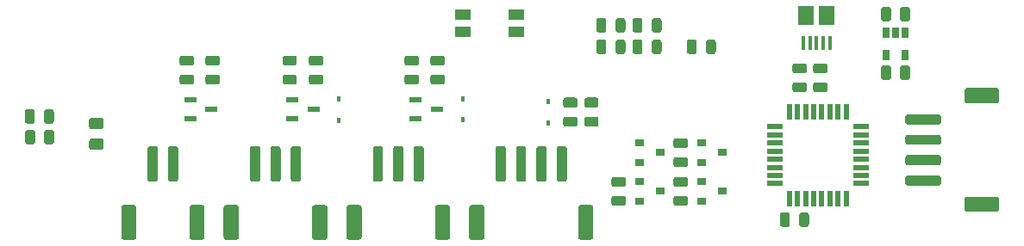
<source format=gbr>
G04 #@! TF.GenerationSoftware,KiCad,Pcbnew,(5.1.5)-3*
G04 #@! TF.CreationDate,2021-06-03T09:39:37-05:00*
G04 #@! TF.ProjectId,NevermoreController,4e657665-726d-46f7-9265-436f6e74726f,rev?*
G04 #@! TF.SameCoordinates,Original*
G04 #@! TF.FileFunction,Paste,Top*
G04 #@! TF.FilePolarity,Positive*
%FSLAX46Y46*%
G04 Gerber Fmt 4.6, Leading zero omitted, Abs format (unit mm)*
G04 Created by KiCad (PCBNEW (5.1.5)-3) date 2021-06-03 09:39:37*
%MOMM*%
%LPD*%
G04 APERTURE LIST*
%ADD10R,0.450000X0.600000*%
%ADD11R,0.650000X1.060000*%
%ADD12C,0.100000*%
%ADD13R,0.900000X0.800000*%
%ADD14R,1.300000X0.600000*%
%ADD15R,0.550000X1.600000*%
%ADD16R,1.600000X0.550000*%
%ADD17R,1.550000X1.000000*%
%ADD18R,1.500000X1.900000*%
%ADD19R,0.400000X1.350000*%
G04 APERTURE END LIST*
D10*
X134850000Y-85627500D03*
X134850000Y-87727500D03*
X147000000Y-85617500D03*
X147000000Y-87717500D03*
X155400000Y-85897500D03*
X155400000Y-87997500D03*
D11*
X190459000Y-81339000D03*
X188559000Y-81339000D03*
X188559000Y-79139000D03*
X189509000Y-79139000D03*
X190459000Y-79139000D03*
D12*
G36*
X166305142Y-77701174D02*
G01*
X166328803Y-77704684D01*
X166352007Y-77710496D01*
X166374529Y-77718554D01*
X166396153Y-77728782D01*
X166416670Y-77741079D01*
X166435883Y-77755329D01*
X166453607Y-77771393D01*
X166469671Y-77789117D01*
X166483921Y-77808330D01*
X166496218Y-77828847D01*
X166506446Y-77850471D01*
X166514504Y-77872993D01*
X166520316Y-77896197D01*
X166523826Y-77919858D01*
X166525000Y-77943750D01*
X166525000Y-78856250D01*
X166523826Y-78880142D01*
X166520316Y-78903803D01*
X166514504Y-78927007D01*
X166506446Y-78949529D01*
X166496218Y-78971153D01*
X166483921Y-78991670D01*
X166469671Y-79010883D01*
X166453607Y-79028607D01*
X166435883Y-79044671D01*
X166416670Y-79058921D01*
X166396153Y-79071218D01*
X166374529Y-79081446D01*
X166352007Y-79089504D01*
X166328803Y-79095316D01*
X166305142Y-79098826D01*
X166281250Y-79100000D01*
X165793750Y-79100000D01*
X165769858Y-79098826D01*
X165746197Y-79095316D01*
X165722993Y-79089504D01*
X165700471Y-79081446D01*
X165678847Y-79071218D01*
X165658330Y-79058921D01*
X165639117Y-79044671D01*
X165621393Y-79028607D01*
X165605329Y-79010883D01*
X165591079Y-78991670D01*
X165578782Y-78971153D01*
X165568554Y-78949529D01*
X165560496Y-78927007D01*
X165554684Y-78903803D01*
X165551174Y-78880142D01*
X165550000Y-78856250D01*
X165550000Y-77943750D01*
X165551174Y-77919858D01*
X165554684Y-77896197D01*
X165560496Y-77872993D01*
X165568554Y-77850471D01*
X165578782Y-77828847D01*
X165591079Y-77808330D01*
X165605329Y-77789117D01*
X165621393Y-77771393D01*
X165639117Y-77755329D01*
X165658330Y-77741079D01*
X165678847Y-77728782D01*
X165700471Y-77718554D01*
X165722993Y-77710496D01*
X165746197Y-77704684D01*
X165769858Y-77701174D01*
X165793750Y-77700000D01*
X166281250Y-77700000D01*
X166305142Y-77701174D01*
G37*
G36*
X164430142Y-77701174D02*
G01*
X164453803Y-77704684D01*
X164477007Y-77710496D01*
X164499529Y-77718554D01*
X164521153Y-77728782D01*
X164541670Y-77741079D01*
X164560883Y-77755329D01*
X164578607Y-77771393D01*
X164594671Y-77789117D01*
X164608921Y-77808330D01*
X164621218Y-77828847D01*
X164631446Y-77850471D01*
X164639504Y-77872993D01*
X164645316Y-77896197D01*
X164648826Y-77919858D01*
X164650000Y-77943750D01*
X164650000Y-78856250D01*
X164648826Y-78880142D01*
X164645316Y-78903803D01*
X164639504Y-78927007D01*
X164631446Y-78949529D01*
X164621218Y-78971153D01*
X164608921Y-78991670D01*
X164594671Y-79010883D01*
X164578607Y-79028607D01*
X164560883Y-79044671D01*
X164541670Y-79058921D01*
X164521153Y-79071218D01*
X164499529Y-79081446D01*
X164477007Y-79089504D01*
X164453803Y-79095316D01*
X164430142Y-79098826D01*
X164406250Y-79100000D01*
X163918750Y-79100000D01*
X163894858Y-79098826D01*
X163871197Y-79095316D01*
X163847993Y-79089504D01*
X163825471Y-79081446D01*
X163803847Y-79071218D01*
X163783330Y-79058921D01*
X163764117Y-79044671D01*
X163746393Y-79028607D01*
X163730329Y-79010883D01*
X163716079Y-78991670D01*
X163703782Y-78971153D01*
X163693554Y-78949529D01*
X163685496Y-78927007D01*
X163679684Y-78903803D01*
X163676174Y-78880142D01*
X163675000Y-78856250D01*
X163675000Y-77943750D01*
X163676174Y-77919858D01*
X163679684Y-77896197D01*
X163685496Y-77872993D01*
X163693554Y-77850471D01*
X163703782Y-77828847D01*
X163716079Y-77808330D01*
X163730329Y-77789117D01*
X163746393Y-77771393D01*
X163764117Y-77755329D01*
X163783330Y-77741079D01*
X163803847Y-77728782D01*
X163825471Y-77718554D01*
X163847993Y-77710496D01*
X163871197Y-77704684D01*
X163894858Y-77701174D01*
X163918750Y-77700000D01*
X164406250Y-77700000D01*
X164430142Y-77701174D01*
G37*
G36*
X162749142Y-77701174D02*
G01*
X162772803Y-77704684D01*
X162796007Y-77710496D01*
X162818529Y-77718554D01*
X162840153Y-77728782D01*
X162860670Y-77741079D01*
X162879883Y-77755329D01*
X162897607Y-77771393D01*
X162913671Y-77789117D01*
X162927921Y-77808330D01*
X162940218Y-77828847D01*
X162950446Y-77850471D01*
X162958504Y-77872993D01*
X162964316Y-77896197D01*
X162967826Y-77919858D01*
X162969000Y-77943750D01*
X162969000Y-78856250D01*
X162967826Y-78880142D01*
X162964316Y-78903803D01*
X162958504Y-78927007D01*
X162950446Y-78949529D01*
X162940218Y-78971153D01*
X162927921Y-78991670D01*
X162913671Y-79010883D01*
X162897607Y-79028607D01*
X162879883Y-79044671D01*
X162860670Y-79058921D01*
X162840153Y-79071218D01*
X162818529Y-79081446D01*
X162796007Y-79089504D01*
X162772803Y-79095316D01*
X162749142Y-79098826D01*
X162725250Y-79100000D01*
X162237750Y-79100000D01*
X162213858Y-79098826D01*
X162190197Y-79095316D01*
X162166993Y-79089504D01*
X162144471Y-79081446D01*
X162122847Y-79071218D01*
X162102330Y-79058921D01*
X162083117Y-79044671D01*
X162065393Y-79028607D01*
X162049329Y-79010883D01*
X162035079Y-78991670D01*
X162022782Y-78971153D01*
X162012554Y-78949529D01*
X162004496Y-78927007D01*
X161998684Y-78903803D01*
X161995174Y-78880142D01*
X161994000Y-78856250D01*
X161994000Y-77943750D01*
X161995174Y-77919858D01*
X161998684Y-77896197D01*
X162004496Y-77872993D01*
X162012554Y-77850471D01*
X162022782Y-77828847D01*
X162035079Y-77808330D01*
X162049329Y-77789117D01*
X162065393Y-77771393D01*
X162083117Y-77755329D01*
X162102330Y-77741079D01*
X162122847Y-77728782D01*
X162144471Y-77718554D01*
X162166993Y-77710496D01*
X162190197Y-77704684D01*
X162213858Y-77701174D01*
X162237750Y-77700000D01*
X162725250Y-77700000D01*
X162749142Y-77701174D01*
G37*
G36*
X160874142Y-77701174D02*
G01*
X160897803Y-77704684D01*
X160921007Y-77710496D01*
X160943529Y-77718554D01*
X160965153Y-77728782D01*
X160985670Y-77741079D01*
X161004883Y-77755329D01*
X161022607Y-77771393D01*
X161038671Y-77789117D01*
X161052921Y-77808330D01*
X161065218Y-77828847D01*
X161075446Y-77850471D01*
X161083504Y-77872993D01*
X161089316Y-77896197D01*
X161092826Y-77919858D01*
X161094000Y-77943750D01*
X161094000Y-78856250D01*
X161092826Y-78880142D01*
X161089316Y-78903803D01*
X161083504Y-78927007D01*
X161075446Y-78949529D01*
X161065218Y-78971153D01*
X161052921Y-78991670D01*
X161038671Y-79010883D01*
X161022607Y-79028607D01*
X161004883Y-79044671D01*
X160985670Y-79058921D01*
X160965153Y-79071218D01*
X160943529Y-79081446D01*
X160921007Y-79089504D01*
X160897803Y-79095316D01*
X160874142Y-79098826D01*
X160850250Y-79100000D01*
X160362750Y-79100000D01*
X160338858Y-79098826D01*
X160315197Y-79095316D01*
X160291993Y-79089504D01*
X160269471Y-79081446D01*
X160247847Y-79071218D01*
X160227330Y-79058921D01*
X160208117Y-79044671D01*
X160190393Y-79028607D01*
X160174329Y-79010883D01*
X160160079Y-78991670D01*
X160147782Y-78971153D01*
X160137554Y-78949529D01*
X160129496Y-78927007D01*
X160123684Y-78903803D01*
X160120174Y-78880142D01*
X160119000Y-78856250D01*
X160119000Y-77943750D01*
X160120174Y-77919858D01*
X160123684Y-77896197D01*
X160129496Y-77872993D01*
X160137554Y-77850471D01*
X160147782Y-77828847D01*
X160160079Y-77808330D01*
X160174329Y-77789117D01*
X160190393Y-77771393D01*
X160208117Y-77755329D01*
X160227330Y-77741079D01*
X160247847Y-77728782D01*
X160269471Y-77718554D01*
X160291993Y-77710496D01*
X160315197Y-77704684D01*
X160338858Y-77701174D01*
X160362750Y-77700000D01*
X160850250Y-77700000D01*
X160874142Y-77701174D01*
G37*
G36*
X188839142Y-82359174D02*
G01*
X188862803Y-82362684D01*
X188886007Y-82368496D01*
X188908529Y-82376554D01*
X188930153Y-82386782D01*
X188950670Y-82399079D01*
X188969883Y-82413329D01*
X188987607Y-82429393D01*
X189003671Y-82447117D01*
X189017921Y-82466330D01*
X189030218Y-82486847D01*
X189040446Y-82508471D01*
X189048504Y-82530993D01*
X189054316Y-82554197D01*
X189057826Y-82577858D01*
X189059000Y-82601750D01*
X189059000Y-83514250D01*
X189057826Y-83538142D01*
X189054316Y-83561803D01*
X189048504Y-83585007D01*
X189040446Y-83607529D01*
X189030218Y-83629153D01*
X189017921Y-83649670D01*
X189003671Y-83668883D01*
X188987607Y-83686607D01*
X188969883Y-83702671D01*
X188950670Y-83716921D01*
X188930153Y-83729218D01*
X188908529Y-83739446D01*
X188886007Y-83747504D01*
X188862803Y-83753316D01*
X188839142Y-83756826D01*
X188815250Y-83758000D01*
X188327750Y-83758000D01*
X188303858Y-83756826D01*
X188280197Y-83753316D01*
X188256993Y-83747504D01*
X188234471Y-83739446D01*
X188212847Y-83729218D01*
X188192330Y-83716921D01*
X188173117Y-83702671D01*
X188155393Y-83686607D01*
X188139329Y-83668883D01*
X188125079Y-83649670D01*
X188112782Y-83629153D01*
X188102554Y-83607529D01*
X188094496Y-83585007D01*
X188088684Y-83561803D01*
X188085174Y-83538142D01*
X188084000Y-83514250D01*
X188084000Y-82601750D01*
X188085174Y-82577858D01*
X188088684Y-82554197D01*
X188094496Y-82530993D01*
X188102554Y-82508471D01*
X188112782Y-82486847D01*
X188125079Y-82466330D01*
X188139329Y-82447117D01*
X188155393Y-82429393D01*
X188173117Y-82413329D01*
X188192330Y-82399079D01*
X188212847Y-82386782D01*
X188234471Y-82376554D01*
X188256993Y-82368496D01*
X188280197Y-82362684D01*
X188303858Y-82359174D01*
X188327750Y-82358000D01*
X188815250Y-82358000D01*
X188839142Y-82359174D01*
G37*
G36*
X190714142Y-82359174D02*
G01*
X190737803Y-82362684D01*
X190761007Y-82368496D01*
X190783529Y-82376554D01*
X190805153Y-82386782D01*
X190825670Y-82399079D01*
X190844883Y-82413329D01*
X190862607Y-82429393D01*
X190878671Y-82447117D01*
X190892921Y-82466330D01*
X190905218Y-82486847D01*
X190915446Y-82508471D01*
X190923504Y-82530993D01*
X190929316Y-82554197D01*
X190932826Y-82577858D01*
X190934000Y-82601750D01*
X190934000Y-83514250D01*
X190932826Y-83538142D01*
X190929316Y-83561803D01*
X190923504Y-83585007D01*
X190915446Y-83607529D01*
X190905218Y-83629153D01*
X190892921Y-83649670D01*
X190878671Y-83668883D01*
X190862607Y-83686607D01*
X190844883Y-83702671D01*
X190825670Y-83716921D01*
X190805153Y-83729218D01*
X190783529Y-83739446D01*
X190761007Y-83747504D01*
X190737803Y-83753316D01*
X190714142Y-83756826D01*
X190690250Y-83758000D01*
X190202750Y-83758000D01*
X190178858Y-83756826D01*
X190155197Y-83753316D01*
X190131993Y-83747504D01*
X190109471Y-83739446D01*
X190087847Y-83729218D01*
X190067330Y-83716921D01*
X190048117Y-83702671D01*
X190030393Y-83686607D01*
X190014329Y-83668883D01*
X190000079Y-83649670D01*
X189987782Y-83629153D01*
X189977554Y-83607529D01*
X189969496Y-83585007D01*
X189963684Y-83561803D01*
X189960174Y-83538142D01*
X189959000Y-83514250D01*
X189959000Y-82601750D01*
X189960174Y-82577858D01*
X189963684Y-82554197D01*
X189969496Y-82530993D01*
X189977554Y-82508471D01*
X189987782Y-82486847D01*
X190000079Y-82466330D01*
X190014329Y-82447117D01*
X190030393Y-82429393D01*
X190048117Y-82413329D01*
X190067330Y-82399079D01*
X190087847Y-82386782D01*
X190109471Y-82376554D01*
X190131993Y-82368496D01*
X190155197Y-82362684D01*
X190178858Y-82359174D01*
X190202750Y-82358000D01*
X190690250Y-82358000D01*
X190714142Y-82359174D01*
G37*
G36*
X190714142Y-76601174D02*
G01*
X190737803Y-76604684D01*
X190761007Y-76610496D01*
X190783529Y-76618554D01*
X190805153Y-76628782D01*
X190825670Y-76641079D01*
X190844883Y-76655329D01*
X190862607Y-76671393D01*
X190878671Y-76689117D01*
X190892921Y-76708330D01*
X190905218Y-76728847D01*
X190915446Y-76750471D01*
X190923504Y-76772993D01*
X190929316Y-76796197D01*
X190932826Y-76819858D01*
X190934000Y-76843750D01*
X190934000Y-77756250D01*
X190932826Y-77780142D01*
X190929316Y-77803803D01*
X190923504Y-77827007D01*
X190915446Y-77849529D01*
X190905218Y-77871153D01*
X190892921Y-77891670D01*
X190878671Y-77910883D01*
X190862607Y-77928607D01*
X190844883Y-77944671D01*
X190825670Y-77958921D01*
X190805153Y-77971218D01*
X190783529Y-77981446D01*
X190761007Y-77989504D01*
X190737803Y-77995316D01*
X190714142Y-77998826D01*
X190690250Y-78000000D01*
X190202750Y-78000000D01*
X190178858Y-77998826D01*
X190155197Y-77995316D01*
X190131993Y-77989504D01*
X190109471Y-77981446D01*
X190087847Y-77971218D01*
X190067330Y-77958921D01*
X190048117Y-77944671D01*
X190030393Y-77928607D01*
X190014329Y-77910883D01*
X190000079Y-77891670D01*
X189987782Y-77871153D01*
X189977554Y-77849529D01*
X189969496Y-77827007D01*
X189963684Y-77803803D01*
X189960174Y-77780142D01*
X189959000Y-77756250D01*
X189959000Y-76843750D01*
X189960174Y-76819858D01*
X189963684Y-76796197D01*
X189969496Y-76772993D01*
X189977554Y-76750471D01*
X189987782Y-76728847D01*
X190000079Y-76708330D01*
X190014329Y-76689117D01*
X190030393Y-76671393D01*
X190048117Y-76655329D01*
X190067330Y-76641079D01*
X190087847Y-76628782D01*
X190109471Y-76618554D01*
X190131993Y-76610496D01*
X190155197Y-76604684D01*
X190178858Y-76601174D01*
X190202750Y-76600000D01*
X190690250Y-76600000D01*
X190714142Y-76601174D01*
G37*
G36*
X188839142Y-76601174D02*
G01*
X188862803Y-76604684D01*
X188886007Y-76610496D01*
X188908529Y-76618554D01*
X188930153Y-76628782D01*
X188950670Y-76641079D01*
X188969883Y-76655329D01*
X188987607Y-76671393D01*
X189003671Y-76689117D01*
X189017921Y-76708330D01*
X189030218Y-76728847D01*
X189040446Y-76750471D01*
X189048504Y-76772993D01*
X189054316Y-76796197D01*
X189057826Y-76819858D01*
X189059000Y-76843750D01*
X189059000Y-77756250D01*
X189057826Y-77780142D01*
X189054316Y-77803803D01*
X189048504Y-77827007D01*
X189040446Y-77849529D01*
X189030218Y-77871153D01*
X189017921Y-77891670D01*
X189003671Y-77910883D01*
X188987607Y-77928607D01*
X188969883Y-77944671D01*
X188950670Y-77958921D01*
X188930153Y-77971218D01*
X188908529Y-77981446D01*
X188886007Y-77989504D01*
X188862803Y-77995316D01*
X188839142Y-77998826D01*
X188815250Y-78000000D01*
X188327750Y-78000000D01*
X188303858Y-77998826D01*
X188280197Y-77995316D01*
X188256993Y-77989504D01*
X188234471Y-77981446D01*
X188212847Y-77971218D01*
X188192330Y-77958921D01*
X188173117Y-77944671D01*
X188155393Y-77928607D01*
X188139329Y-77910883D01*
X188125079Y-77891670D01*
X188112782Y-77871153D01*
X188102554Y-77849529D01*
X188094496Y-77827007D01*
X188088684Y-77803803D01*
X188085174Y-77780142D01*
X188084000Y-77756250D01*
X188084000Y-76843750D01*
X188085174Y-76819858D01*
X188088684Y-76796197D01*
X188094496Y-76772993D01*
X188102554Y-76750471D01*
X188112782Y-76728847D01*
X188125079Y-76708330D01*
X188139329Y-76689117D01*
X188155393Y-76671393D01*
X188173117Y-76655329D01*
X188192330Y-76641079D01*
X188212847Y-76628782D01*
X188234471Y-76618554D01*
X188256993Y-76610496D01*
X188280197Y-76604684D01*
X188303858Y-76601174D01*
X188327750Y-76600000D01*
X188815250Y-76600000D01*
X188839142Y-76601174D01*
G37*
G36*
X169764142Y-79819174D02*
G01*
X169787803Y-79822684D01*
X169811007Y-79828496D01*
X169833529Y-79836554D01*
X169855153Y-79846782D01*
X169875670Y-79859079D01*
X169894883Y-79873329D01*
X169912607Y-79889393D01*
X169928671Y-79907117D01*
X169942921Y-79926330D01*
X169955218Y-79946847D01*
X169965446Y-79968471D01*
X169973504Y-79990993D01*
X169979316Y-80014197D01*
X169982826Y-80037858D01*
X169984000Y-80061750D01*
X169984000Y-80974250D01*
X169982826Y-80998142D01*
X169979316Y-81021803D01*
X169973504Y-81045007D01*
X169965446Y-81067529D01*
X169955218Y-81089153D01*
X169942921Y-81109670D01*
X169928671Y-81128883D01*
X169912607Y-81146607D01*
X169894883Y-81162671D01*
X169875670Y-81176921D01*
X169855153Y-81189218D01*
X169833529Y-81199446D01*
X169811007Y-81207504D01*
X169787803Y-81213316D01*
X169764142Y-81216826D01*
X169740250Y-81218000D01*
X169252750Y-81218000D01*
X169228858Y-81216826D01*
X169205197Y-81213316D01*
X169181993Y-81207504D01*
X169159471Y-81199446D01*
X169137847Y-81189218D01*
X169117330Y-81176921D01*
X169098117Y-81162671D01*
X169080393Y-81146607D01*
X169064329Y-81128883D01*
X169050079Y-81109670D01*
X169037782Y-81089153D01*
X169027554Y-81067529D01*
X169019496Y-81045007D01*
X169013684Y-81021803D01*
X169010174Y-80998142D01*
X169009000Y-80974250D01*
X169009000Y-80061750D01*
X169010174Y-80037858D01*
X169013684Y-80014197D01*
X169019496Y-79990993D01*
X169027554Y-79968471D01*
X169037782Y-79946847D01*
X169050079Y-79926330D01*
X169064329Y-79907117D01*
X169080393Y-79889393D01*
X169098117Y-79873329D01*
X169117330Y-79859079D01*
X169137847Y-79846782D01*
X169159471Y-79836554D01*
X169181993Y-79828496D01*
X169205197Y-79822684D01*
X169228858Y-79819174D01*
X169252750Y-79818000D01*
X169740250Y-79818000D01*
X169764142Y-79819174D01*
G37*
G36*
X171639142Y-79819174D02*
G01*
X171662803Y-79822684D01*
X171686007Y-79828496D01*
X171708529Y-79836554D01*
X171730153Y-79846782D01*
X171750670Y-79859079D01*
X171769883Y-79873329D01*
X171787607Y-79889393D01*
X171803671Y-79907117D01*
X171817921Y-79926330D01*
X171830218Y-79946847D01*
X171840446Y-79968471D01*
X171848504Y-79990993D01*
X171854316Y-80014197D01*
X171857826Y-80037858D01*
X171859000Y-80061750D01*
X171859000Y-80974250D01*
X171857826Y-80998142D01*
X171854316Y-81021803D01*
X171848504Y-81045007D01*
X171840446Y-81067529D01*
X171830218Y-81089153D01*
X171817921Y-81109670D01*
X171803671Y-81128883D01*
X171787607Y-81146607D01*
X171769883Y-81162671D01*
X171750670Y-81176921D01*
X171730153Y-81189218D01*
X171708529Y-81199446D01*
X171686007Y-81207504D01*
X171662803Y-81213316D01*
X171639142Y-81216826D01*
X171615250Y-81218000D01*
X171127750Y-81218000D01*
X171103858Y-81216826D01*
X171080197Y-81213316D01*
X171056993Y-81207504D01*
X171034471Y-81199446D01*
X171012847Y-81189218D01*
X170992330Y-81176921D01*
X170973117Y-81162671D01*
X170955393Y-81146607D01*
X170939329Y-81128883D01*
X170925079Y-81109670D01*
X170912782Y-81089153D01*
X170902554Y-81067529D01*
X170894496Y-81045007D01*
X170888684Y-81021803D01*
X170885174Y-80998142D01*
X170884000Y-80974250D01*
X170884000Y-80061750D01*
X170885174Y-80037858D01*
X170888684Y-80014197D01*
X170894496Y-79990993D01*
X170902554Y-79968471D01*
X170912782Y-79946847D01*
X170925079Y-79926330D01*
X170939329Y-79907117D01*
X170955393Y-79889393D01*
X170973117Y-79873329D01*
X170992330Y-79859079D01*
X171012847Y-79846782D01*
X171034471Y-79836554D01*
X171056993Y-79828496D01*
X171080197Y-79822684D01*
X171103858Y-79819174D01*
X171127750Y-79818000D01*
X171615250Y-79818000D01*
X171639142Y-79819174D01*
G37*
G36*
X180566142Y-82142174D02*
G01*
X180589803Y-82145684D01*
X180613007Y-82151496D01*
X180635529Y-82159554D01*
X180657153Y-82169782D01*
X180677670Y-82182079D01*
X180696883Y-82196329D01*
X180714607Y-82212393D01*
X180730671Y-82230117D01*
X180744921Y-82249330D01*
X180757218Y-82269847D01*
X180767446Y-82291471D01*
X180775504Y-82313993D01*
X180781316Y-82337197D01*
X180784826Y-82360858D01*
X180786000Y-82384750D01*
X180786000Y-82872250D01*
X180784826Y-82896142D01*
X180781316Y-82919803D01*
X180775504Y-82943007D01*
X180767446Y-82965529D01*
X180757218Y-82987153D01*
X180744921Y-83007670D01*
X180730671Y-83026883D01*
X180714607Y-83044607D01*
X180696883Y-83060671D01*
X180677670Y-83074921D01*
X180657153Y-83087218D01*
X180635529Y-83097446D01*
X180613007Y-83105504D01*
X180589803Y-83111316D01*
X180566142Y-83114826D01*
X180542250Y-83116000D01*
X179629750Y-83116000D01*
X179605858Y-83114826D01*
X179582197Y-83111316D01*
X179558993Y-83105504D01*
X179536471Y-83097446D01*
X179514847Y-83087218D01*
X179494330Y-83074921D01*
X179475117Y-83060671D01*
X179457393Y-83044607D01*
X179441329Y-83026883D01*
X179427079Y-83007670D01*
X179414782Y-82987153D01*
X179404554Y-82965529D01*
X179396496Y-82943007D01*
X179390684Y-82919803D01*
X179387174Y-82896142D01*
X179386000Y-82872250D01*
X179386000Y-82384750D01*
X179387174Y-82360858D01*
X179390684Y-82337197D01*
X179396496Y-82313993D01*
X179404554Y-82291471D01*
X179414782Y-82269847D01*
X179427079Y-82249330D01*
X179441329Y-82230117D01*
X179457393Y-82212393D01*
X179475117Y-82196329D01*
X179494330Y-82182079D01*
X179514847Y-82169782D01*
X179536471Y-82159554D01*
X179558993Y-82151496D01*
X179582197Y-82145684D01*
X179605858Y-82142174D01*
X179629750Y-82141000D01*
X180542250Y-82141000D01*
X180566142Y-82142174D01*
G37*
G36*
X180566142Y-84017174D02*
G01*
X180589803Y-84020684D01*
X180613007Y-84026496D01*
X180635529Y-84034554D01*
X180657153Y-84044782D01*
X180677670Y-84057079D01*
X180696883Y-84071329D01*
X180714607Y-84087393D01*
X180730671Y-84105117D01*
X180744921Y-84124330D01*
X180757218Y-84144847D01*
X180767446Y-84166471D01*
X180775504Y-84188993D01*
X180781316Y-84212197D01*
X180784826Y-84235858D01*
X180786000Y-84259750D01*
X180786000Y-84747250D01*
X180784826Y-84771142D01*
X180781316Y-84794803D01*
X180775504Y-84818007D01*
X180767446Y-84840529D01*
X180757218Y-84862153D01*
X180744921Y-84882670D01*
X180730671Y-84901883D01*
X180714607Y-84919607D01*
X180696883Y-84935671D01*
X180677670Y-84949921D01*
X180657153Y-84962218D01*
X180635529Y-84972446D01*
X180613007Y-84980504D01*
X180589803Y-84986316D01*
X180566142Y-84989826D01*
X180542250Y-84991000D01*
X179629750Y-84991000D01*
X179605858Y-84989826D01*
X179582197Y-84986316D01*
X179558993Y-84980504D01*
X179536471Y-84972446D01*
X179514847Y-84962218D01*
X179494330Y-84949921D01*
X179475117Y-84935671D01*
X179457393Y-84919607D01*
X179441329Y-84901883D01*
X179427079Y-84882670D01*
X179414782Y-84862153D01*
X179404554Y-84840529D01*
X179396496Y-84818007D01*
X179390684Y-84794803D01*
X179387174Y-84771142D01*
X179386000Y-84747250D01*
X179386000Y-84259750D01*
X179387174Y-84235858D01*
X179390684Y-84212197D01*
X179396496Y-84188993D01*
X179404554Y-84166471D01*
X179414782Y-84144847D01*
X179427079Y-84124330D01*
X179441329Y-84105117D01*
X179457393Y-84087393D01*
X179475117Y-84071329D01*
X179494330Y-84057079D01*
X179514847Y-84044782D01*
X179536471Y-84034554D01*
X179558993Y-84026496D01*
X179582197Y-84020684D01*
X179605858Y-84017174D01*
X179629750Y-84016000D01*
X180542250Y-84016000D01*
X180566142Y-84017174D01*
G37*
G36*
X166305142Y-79819174D02*
G01*
X166328803Y-79822684D01*
X166352007Y-79828496D01*
X166374529Y-79836554D01*
X166396153Y-79846782D01*
X166416670Y-79859079D01*
X166435883Y-79873329D01*
X166453607Y-79889393D01*
X166469671Y-79907117D01*
X166483921Y-79926330D01*
X166496218Y-79946847D01*
X166506446Y-79968471D01*
X166514504Y-79990993D01*
X166520316Y-80014197D01*
X166523826Y-80037858D01*
X166525000Y-80061750D01*
X166525000Y-80974250D01*
X166523826Y-80998142D01*
X166520316Y-81021803D01*
X166514504Y-81045007D01*
X166506446Y-81067529D01*
X166496218Y-81089153D01*
X166483921Y-81109670D01*
X166469671Y-81128883D01*
X166453607Y-81146607D01*
X166435883Y-81162671D01*
X166416670Y-81176921D01*
X166396153Y-81189218D01*
X166374529Y-81199446D01*
X166352007Y-81207504D01*
X166328803Y-81213316D01*
X166305142Y-81216826D01*
X166281250Y-81218000D01*
X165793750Y-81218000D01*
X165769858Y-81216826D01*
X165746197Y-81213316D01*
X165722993Y-81207504D01*
X165700471Y-81199446D01*
X165678847Y-81189218D01*
X165658330Y-81176921D01*
X165639117Y-81162671D01*
X165621393Y-81146607D01*
X165605329Y-81128883D01*
X165591079Y-81109670D01*
X165578782Y-81089153D01*
X165568554Y-81067529D01*
X165560496Y-81045007D01*
X165554684Y-81021803D01*
X165551174Y-80998142D01*
X165550000Y-80974250D01*
X165550000Y-80061750D01*
X165551174Y-80037858D01*
X165554684Y-80014197D01*
X165560496Y-79990993D01*
X165568554Y-79968471D01*
X165578782Y-79946847D01*
X165591079Y-79926330D01*
X165605329Y-79907117D01*
X165621393Y-79889393D01*
X165639117Y-79873329D01*
X165658330Y-79859079D01*
X165678847Y-79846782D01*
X165700471Y-79836554D01*
X165722993Y-79828496D01*
X165746197Y-79822684D01*
X165769858Y-79819174D01*
X165793750Y-79818000D01*
X166281250Y-79818000D01*
X166305142Y-79819174D01*
G37*
G36*
X164430142Y-79819174D02*
G01*
X164453803Y-79822684D01*
X164477007Y-79828496D01*
X164499529Y-79836554D01*
X164521153Y-79846782D01*
X164541670Y-79859079D01*
X164560883Y-79873329D01*
X164578607Y-79889393D01*
X164594671Y-79907117D01*
X164608921Y-79926330D01*
X164621218Y-79946847D01*
X164631446Y-79968471D01*
X164639504Y-79990993D01*
X164645316Y-80014197D01*
X164648826Y-80037858D01*
X164650000Y-80061750D01*
X164650000Y-80974250D01*
X164648826Y-80998142D01*
X164645316Y-81021803D01*
X164639504Y-81045007D01*
X164631446Y-81067529D01*
X164621218Y-81089153D01*
X164608921Y-81109670D01*
X164594671Y-81128883D01*
X164578607Y-81146607D01*
X164560883Y-81162671D01*
X164541670Y-81176921D01*
X164521153Y-81189218D01*
X164499529Y-81199446D01*
X164477007Y-81207504D01*
X164453803Y-81213316D01*
X164430142Y-81216826D01*
X164406250Y-81218000D01*
X163918750Y-81218000D01*
X163894858Y-81216826D01*
X163871197Y-81213316D01*
X163847993Y-81207504D01*
X163825471Y-81199446D01*
X163803847Y-81189218D01*
X163783330Y-81176921D01*
X163764117Y-81162671D01*
X163746393Y-81146607D01*
X163730329Y-81128883D01*
X163716079Y-81109670D01*
X163703782Y-81089153D01*
X163693554Y-81067529D01*
X163685496Y-81045007D01*
X163679684Y-81021803D01*
X163676174Y-80998142D01*
X163675000Y-80974250D01*
X163675000Y-80061750D01*
X163676174Y-80037858D01*
X163679684Y-80014197D01*
X163685496Y-79990993D01*
X163693554Y-79968471D01*
X163703782Y-79946847D01*
X163716079Y-79926330D01*
X163730329Y-79907117D01*
X163746393Y-79889393D01*
X163764117Y-79873329D01*
X163783330Y-79859079D01*
X163803847Y-79846782D01*
X163825471Y-79836554D01*
X163847993Y-79828496D01*
X163871197Y-79822684D01*
X163894858Y-79819174D01*
X163918750Y-79818000D01*
X164406250Y-79818000D01*
X164430142Y-79819174D01*
G37*
G36*
X106635142Y-88709174D02*
G01*
X106658803Y-88712684D01*
X106682007Y-88718496D01*
X106704529Y-88726554D01*
X106726153Y-88736782D01*
X106746670Y-88749079D01*
X106765883Y-88763329D01*
X106783607Y-88779393D01*
X106799671Y-88797117D01*
X106813921Y-88816330D01*
X106826218Y-88836847D01*
X106836446Y-88858471D01*
X106844504Y-88880993D01*
X106850316Y-88904197D01*
X106853826Y-88927858D01*
X106855000Y-88951750D01*
X106855000Y-89864250D01*
X106853826Y-89888142D01*
X106850316Y-89911803D01*
X106844504Y-89935007D01*
X106836446Y-89957529D01*
X106826218Y-89979153D01*
X106813921Y-89999670D01*
X106799671Y-90018883D01*
X106783607Y-90036607D01*
X106765883Y-90052671D01*
X106746670Y-90066921D01*
X106726153Y-90079218D01*
X106704529Y-90089446D01*
X106682007Y-90097504D01*
X106658803Y-90103316D01*
X106635142Y-90106826D01*
X106611250Y-90108000D01*
X106123750Y-90108000D01*
X106099858Y-90106826D01*
X106076197Y-90103316D01*
X106052993Y-90097504D01*
X106030471Y-90089446D01*
X106008847Y-90079218D01*
X105988330Y-90066921D01*
X105969117Y-90052671D01*
X105951393Y-90036607D01*
X105935329Y-90018883D01*
X105921079Y-89999670D01*
X105908782Y-89979153D01*
X105898554Y-89957529D01*
X105890496Y-89935007D01*
X105884684Y-89911803D01*
X105881174Y-89888142D01*
X105880000Y-89864250D01*
X105880000Y-88951750D01*
X105881174Y-88927858D01*
X105884684Y-88904197D01*
X105890496Y-88880993D01*
X105898554Y-88858471D01*
X105908782Y-88836847D01*
X105921079Y-88816330D01*
X105935329Y-88797117D01*
X105951393Y-88779393D01*
X105969117Y-88763329D01*
X105988330Y-88749079D01*
X106008847Y-88736782D01*
X106030471Y-88726554D01*
X106052993Y-88718496D01*
X106076197Y-88712684D01*
X106099858Y-88709174D01*
X106123750Y-88708000D01*
X106611250Y-88708000D01*
X106635142Y-88709174D01*
G37*
G36*
X104760142Y-88709174D02*
G01*
X104783803Y-88712684D01*
X104807007Y-88718496D01*
X104829529Y-88726554D01*
X104851153Y-88736782D01*
X104871670Y-88749079D01*
X104890883Y-88763329D01*
X104908607Y-88779393D01*
X104924671Y-88797117D01*
X104938921Y-88816330D01*
X104951218Y-88836847D01*
X104961446Y-88858471D01*
X104969504Y-88880993D01*
X104975316Y-88904197D01*
X104978826Y-88927858D01*
X104980000Y-88951750D01*
X104980000Y-89864250D01*
X104978826Y-89888142D01*
X104975316Y-89911803D01*
X104969504Y-89935007D01*
X104961446Y-89957529D01*
X104951218Y-89979153D01*
X104938921Y-89999670D01*
X104924671Y-90018883D01*
X104908607Y-90036607D01*
X104890883Y-90052671D01*
X104871670Y-90066921D01*
X104851153Y-90079218D01*
X104829529Y-90089446D01*
X104807007Y-90097504D01*
X104783803Y-90103316D01*
X104760142Y-90106826D01*
X104736250Y-90108000D01*
X104248750Y-90108000D01*
X104224858Y-90106826D01*
X104201197Y-90103316D01*
X104177993Y-90097504D01*
X104155471Y-90089446D01*
X104133847Y-90079218D01*
X104113330Y-90066921D01*
X104094117Y-90052671D01*
X104076393Y-90036607D01*
X104060329Y-90018883D01*
X104046079Y-89999670D01*
X104033782Y-89979153D01*
X104023554Y-89957529D01*
X104015496Y-89935007D01*
X104009684Y-89911803D01*
X104006174Y-89888142D01*
X104005000Y-89864250D01*
X104005000Y-88951750D01*
X104006174Y-88927858D01*
X104009684Y-88904197D01*
X104015496Y-88880993D01*
X104023554Y-88858471D01*
X104033782Y-88836847D01*
X104046079Y-88816330D01*
X104060329Y-88797117D01*
X104076393Y-88779393D01*
X104094117Y-88763329D01*
X104113330Y-88749079D01*
X104133847Y-88736782D01*
X104155471Y-88726554D01*
X104177993Y-88718496D01*
X104201197Y-88712684D01*
X104224858Y-88709174D01*
X104248750Y-88708000D01*
X104736250Y-88708000D01*
X104760142Y-88709174D01*
G37*
G36*
X162749142Y-79819174D02*
G01*
X162772803Y-79822684D01*
X162796007Y-79828496D01*
X162818529Y-79836554D01*
X162840153Y-79846782D01*
X162860670Y-79859079D01*
X162879883Y-79873329D01*
X162897607Y-79889393D01*
X162913671Y-79907117D01*
X162927921Y-79926330D01*
X162940218Y-79946847D01*
X162950446Y-79968471D01*
X162958504Y-79990993D01*
X162964316Y-80014197D01*
X162967826Y-80037858D01*
X162969000Y-80061750D01*
X162969000Y-80974250D01*
X162967826Y-80998142D01*
X162964316Y-81021803D01*
X162958504Y-81045007D01*
X162950446Y-81067529D01*
X162940218Y-81089153D01*
X162927921Y-81109670D01*
X162913671Y-81128883D01*
X162897607Y-81146607D01*
X162879883Y-81162671D01*
X162860670Y-81176921D01*
X162840153Y-81189218D01*
X162818529Y-81199446D01*
X162796007Y-81207504D01*
X162772803Y-81213316D01*
X162749142Y-81216826D01*
X162725250Y-81218000D01*
X162237750Y-81218000D01*
X162213858Y-81216826D01*
X162190197Y-81213316D01*
X162166993Y-81207504D01*
X162144471Y-81199446D01*
X162122847Y-81189218D01*
X162102330Y-81176921D01*
X162083117Y-81162671D01*
X162065393Y-81146607D01*
X162049329Y-81128883D01*
X162035079Y-81109670D01*
X162022782Y-81089153D01*
X162012554Y-81067529D01*
X162004496Y-81045007D01*
X161998684Y-81021803D01*
X161995174Y-80998142D01*
X161994000Y-80974250D01*
X161994000Y-80061750D01*
X161995174Y-80037858D01*
X161998684Y-80014197D01*
X162004496Y-79990993D01*
X162012554Y-79968471D01*
X162022782Y-79946847D01*
X162035079Y-79926330D01*
X162049329Y-79907117D01*
X162065393Y-79889393D01*
X162083117Y-79873329D01*
X162102330Y-79859079D01*
X162122847Y-79846782D01*
X162144471Y-79836554D01*
X162166993Y-79828496D01*
X162190197Y-79822684D01*
X162213858Y-79819174D01*
X162237750Y-79818000D01*
X162725250Y-79818000D01*
X162749142Y-79819174D01*
G37*
G36*
X160874142Y-79819174D02*
G01*
X160897803Y-79822684D01*
X160921007Y-79828496D01*
X160943529Y-79836554D01*
X160965153Y-79846782D01*
X160985670Y-79859079D01*
X161004883Y-79873329D01*
X161022607Y-79889393D01*
X161038671Y-79907117D01*
X161052921Y-79926330D01*
X161065218Y-79946847D01*
X161075446Y-79968471D01*
X161083504Y-79990993D01*
X161089316Y-80014197D01*
X161092826Y-80037858D01*
X161094000Y-80061750D01*
X161094000Y-80974250D01*
X161092826Y-80998142D01*
X161089316Y-81021803D01*
X161083504Y-81045007D01*
X161075446Y-81067529D01*
X161065218Y-81089153D01*
X161052921Y-81109670D01*
X161038671Y-81128883D01*
X161022607Y-81146607D01*
X161004883Y-81162671D01*
X160985670Y-81176921D01*
X160965153Y-81189218D01*
X160943529Y-81199446D01*
X160921007Y-81207504D01*
X160897803Y-81213316D01*
X160874142Y-81216826D01*
X160850250Y-81218000D01*
X160362750Y-81218000D01*
X160338858Y-81216826D01*
X160315197Y-81213316D01*
X160291993Y-81207504D01*
X160269471Y-81199446D01*
X160247847Y-81189218D01*
X160227330Y-81176921D01*
X160208117Y-81162671D01*
X160190393Y-81146607D01*
X160174329Y-81128883D01*
X160160079Y-81109670D01*
X160147782Y-81089153D01*
X160137554Y-81067529D01*
X160129496Y-81045007D01*
X160123684Y-81021803D01*
X160120174Y-80998142D01*
X160119000Y-80974250D01*
X160119000Y-80061750D01*
X160120174Y-80037858D01*
X160123684Y-80014197D01*
X160129496Y-79990993D01*
X160137554Y-79968471D01*
X160147782Y-79946847D01*
X160160079Y-79926330D01*
X160174329Y-79907117D01*
X160190393Y-79889393D01*
X160208117Y-79873329D01*
X160227330Y-79859079D01*
X160247847Y-79846782D01*
X160269471Y-79836554D01*
X160291993Y-79828496D01*
X160315197Y-79822684D01*
X160338858Y-79819174D01*
X160362750Y-79818000D01*
X160850250Y-79818000D01*
X160874142Y-79819174D01*
G37*
G36*
X104740142Y-86677174D02*
G01*
X104763803Y-86680684D01*
X104787007Y-86686496D01*
X104809529Y-86694554D01*
X104831153Y-86704782D01*
X104851670Y-86717079D01*
X104870883Y-86731329D01*
X104888607Y-86747393D01*
X104904671Y-86765117D01*
X104918921Y-86784330D01*
X104931218Y-86804847D01*
X104941446Y-86826471D01*
X104949504Y-86848993D01*
X104955316Y-86872197D01*
X104958826Y-86895858D01*
X104960000Y-86919750D01*
X104960000Y-87832250D01*
X104958826Y-87856142D01*
X104955316Y-87879803D01*
X104949504Y-87903007D01*
X104941446Y-87925529D01*
X104931218Y-87947153D01*
X104918921Y-87967670D01*
X104904671Y-87986883D01*
X104888607Y-88004607D01*
X104870883Y-88020671D01*
X104851670Y-88034921D01*
X104831153Y-88047218D01*
X104809529Y-88057446D01*
X104787007Y-88065504D01*
X104763803Y-88071316D01*
X104740142Y-88074826D01*
X104716250Y-88076000D01*
X104228750Y-88076000D01*
X104204858Y-88074826D01*
X104181197Y-88071316D01*
X104157993Y-88065504D01*
X104135471Y-88057446D01*
X104113847Y-88047218D01*
X104093330Y-88034921D01*
X104074117Y-88020671D01*
X104056393Y-88004607D01*
X104040329Y-87986883D01*
X104026079Y-87967670D01*
X104013782Y-87947153D01*
X104003554Y-87925529D01*
X103995496Y-87903007D01*
X103989684Y-87879803D01*
X103986174Y-87856142D01*
X103985000Y-87832250D01*
X103985000Y-86919750D01*
X103986174Y-86895858D01*
X103989684Y-86872197D01*
X103995496Y-86848993D01*
X104003554Y-86826471D01*
X104013782Y-86804847D01*
X104026079Y-86784330D01*
X104040329Y-86765117D01*
X104056393Y-86747393D01*
X104074117Y-86731329D01*
X104093330Y-86717079D01*
X104113847Y-86704782D01*
X104135471Y-86694554D01*
X104157993Y-86686496D01*
X104181197Y-86680684D01*
X104204858Y-86677174D01*
X104228750Y-86676000D01*
X104716250Y-86676000D01*
X104740142Y-86677174D01*
G37*
G36*
X106615142Y-86677174D02*
G01*
X106638803Y-86680684D01*
X106662007Y-86686496D01*
X106684529Y-86694554D01*
X106706153Y-86704782D01*
X106726670Y-86717079D01*
X106745883Y-86731329D01*
X106763607Y-86747393D01*
X106779671Y-86765117D01*
X106793921Y-86784330D01*
X106806218Y-86804847D01*
X106816446Y-86826471D01*
X106824504Y-86848993D01*
X106830316Y-86872197D01*
X106833826Y-86895858D01*
X106835000Y-86919750D01*
X106835000Y-87832250D01*
X106833826Y-87856142D01*
X106830316Y-87879803D01*
X106824504Y-87903007D01*
X106816446Y-87925529D01*
X106806218Y-87947153D01*
X106793921Y-87967670D01*
X106779671Y-87986883D01*
X106763607Y-88004607D01*
X106745883Y-88020671D01*
X106726670Y-88034921D01*
X106706153Y-88047218D01*
X106684529Y-88057446D01*
X106662007Y-88065504D01*
X106638803Y-88071316D01*
X106615142Y-88074826D01*
X106591250Y-88076000D01*
X106103750Y-88076000D01*
X106079858Y-88074826D01*
X106056197Y-88071316D01*
X106032993Y-88065504D01*
X106010471Y-88057446D01*
X105988847Y-88047218D01*
X105968330Y-88034921D01*
X105949117Y-88020671D01*
X105931393Y-88004607D01*
X105915329Y-87986883D01*
X105901079Y-87967670D01*
X105888782Y-87947153D01*
X105878554Y-87925529D01*
X105870496Y-87903007D01*
X105864684Y-87879803D01*
X105861174Y-87856142D01*
X105860000Y-87832250D01*
X105860000Y-86919750D01*
X105861174Y-86895858D01*
X105864684Y-86872197D01*
X105870496Y-86848993D01*
X105878554Y-86826471D01*
X105888782Y-86804847D01*
X105901079Y-86784330D01*
X105915329Y-86765117D01*
X105931393Y-86747393D01*
X105949117Y-86731329D01*
X105968330Y-86717079D01*
X105988847Y-86704782D01*
X106010471Y-86694554D01*
X106032993Y-86686496D01*
X106056197Y-86680684D01*
X106079858Y-86677174D01*
X106103750Y-86676000D01*
X106591250Y-86676000D01*
X106615142Y-86677174D01*
G37*
G36*
X199446504Y-84579204D02*
G01*
X199470773Y-84582804D01*
X199494571Y-84588765D01*
X199517671Y-84597030D01*
X199539849Y-84607520D01*
X199560893Y-84620133D01*
X199580598Y-84634747D01*
X199598777Y-84651223D01*
X199615253Y-84669402D01*
X199629867Y-84689107D01*
X199642480Y-84710151D01*
X199652970Y-84732329D01*
X199661235Y-84755429D01*
X199667196Y-84779227D01*
X199670796Y-84803496D01*
X199672000Y-84828000D01*
X199672000Y-85828000D01*
X199670796Y-85852504D01*
X199667196Y-85876773D01*
X199661235Y-85900571D01*
X199652970Y-85923671D01*
X199642480Y-85945849D01*
X199629867Y-85966893D01*
X199615253Y-85986598D01*
X199598777Y-86004777D01*
X199580598Y-86021253D01*
X199560893Y-86035867D01*
X199539849Y-86048480D01*
X199517671Y-86058970D01*
X199494571Y-86067235D01*
X199470773Y-86073196D01*
X199446504Y-86076796D01*
X199422000Y-86078000D01*
X196522000Y-86078000D01*
X196497496Y-86076796D01*
X196473227Y-86073196D01*
X196449429Y-86067235D01*
X196426329Y-86058970D01*
X196404151Y-86048480D01*
X196383107Y-86035867D01*
X196363402Y-86021253D01*
X196345223Y-86004777D01*
X196328747Y-85986598D01*
X196314133Y-85966893D01*
X196301520Y-85945849D01*
X196291030Y-85923671D01*
X196282765Y-85900571D01*
X196276804Y-85876773D01*
X196273204Y-85852504D01*
X196272000Y-85828000D01*
X196272000Y-84828000D01*
X196273204Y-84803496D01*
X196276804Y-84779227D01*
X196282765Y-84755429D01*
X196291030Y-84732329D01*
X196301520Y-84710151D01*
X196314133Y-84689107D01*
X196328747Y-84669402D01*
X196345223Y-84651223D01*
X196363402Y-84634747D01*
X196383107Y-84620133D01*
X196404151Y-84607520D01*
X196426329Y-84597030D01*
X196449429Y-84588765D01*
X196473227Y-84582804D01*
X196497496Y-84579204D01*
X196522000Y-84578000D01*
X199422000Y-84578000D01*
X199446504Y-84579204D01*
G37*
G36*
X199446504Y-95279204D02*
G01*
X199470773Y-95282804D01*
X199494571Y-95288765D01*
X199517671Y-95297030D01*
X199539849Y-95307520D01*
X199560893Y-95320133D01*
X199580598Y-95334747D01*
X199598777Y-95351223D01*
X199615253Y-95369402D01*
X199629867Y-95389107D01*
X199642480Y-95410151D01*
X199652970Y-95432329D01*
X199661235Y-95455429D01*
X199667196Y-95479227D01*
X199670796Y-95503496D01*
X199672000Y-95528000D01*
X199672000Y-96528000D01*
X199670796Y-96552504D01*
X199667196Y-96576773D01*
X199661235Y-96600571D01*
X199652970Y-96623671D01*
X199642480Y-96645849D01*
X199629867Y-96666893D01*
X199615253Y-96686598D01*
X199598777Y-96704777D01*
X199580598Y-96721253D01*
X199560893Y-96735867D01*
X199539849Y-96748480D01*
X199517671Y-96758970D01*
X199494571Y-96767235D01*
X199470773Y-96773196D01*
X199446504Y-96776796D01*
X199422000Y-96778000D01*
X196522000Y-96778000D01*
X196497496Y-96776796D01*
X196473227Y-96773196D01*
X196449429Y-96767235D01*
X196426329Y-96758970D01*
X196404151Y-96748480D01*
X196383107Y-96735867D01*
X196363402Y-96721253D01*
X196345223Y-96704777D01*
X196328747Y-96686598D01*
X196314133Y-96666893D01*
X196301520Y-96645849D01*
X196291030Y-96623671D01*
X196282765Y-96600571D01*
X196276804Y-96576773D01*
X196273204Y-96552504D01*
X196272000Y-96528000D01*
X196272000Y-95528000D01*
X196273204Y-95503496D01*
X196276804Y-95479227D01*
X196282765Y-95455429D01*
X196291030Y-95432329D01*
X196301520Y-95410151D01*
X196314133Y-95389107D01*
X196328747Y-95369402D01*
X196345223Y-95351223D01*
X196363402Y-95334747D01*
X196383107Y-95320133D01*
X196404151Y-95307520D01*
X196426329Y-95297030D01*
X196449429Y-95288765D01*
X196473227Y-95282804D01*
X196497496Y-95279204D01*
X196522000Y-95278000D01*
X199422000Y-95278000D01*
X199446504Y-95279204D01*
G37*
G36*
X193746504Y-87179204D02*
G01*
X193770773Y-87182804D01*
X193794571Y-87188765D01*
X193817671Y-87197030D01*
X193839849Y-87207520D01*
X193860893Y-87220133D01*
X193880598Y-87234747D01*
X193898777Y-87251223D01*
X193915253Y-87269402D01*
X193929867Y-87289107D01*
X193942480Y-87310151D01*
X193952970Y-87332329D01*
X193961235Y-87355429D01*
X193967196Y-87379227D01*
X193970796Y-87403496D01*
X193972000Y-87428000D01*
X193972000Y-87928000D01*
X193970796Y-87952504D01*
X193967196Y-87976773D01*
X193961235Y-88000571D01*
X193952970Y-88023671D01*
X193942480Y-88045849D01*
X193929867Y-88066893D01*
X193915253Y-88086598D01*
X193898777Y-88104777D01*
X193880598Y-88121253D01*
X193860893Y-88135867D01*
X193839849Y-88148480D01*
X193817671Y-88158970D01*
X193794571Y-88167235D01*
X193770773Y-88173196D01*
X193746504Y-88176796D01*
X193722000Y-88178000D01*
X190722000Y-88178000D01*
X190697496Y-88176796D01*
X190673227Y-88173196D01*
X190649429Y-88167235D01*
X190626329Y-88158970D01*
X190604151Y-88148480D01*
X190583107Y-88135867D01*
X190563402Y-88121253D01*
X190545223Y-88104777D01*
X190528747Y-88086598D01*
X190514133Y-88066893D01*
X190501520Y-88045849D01*
X190491030Y-88023671D01*
X190482765Y-88000571D01*
X190476804Y-87976773D01*
X190473204Y-87952504D01*
X190472000Y-87928000D01*
X190472000Y-87428000D01*
X190473204Y-87403496D01*
X190476804Y-87379227D01*
X190482765Y-87355429D01*
X190491030Y-87332329D01*
X190501520Y-87310151D01*
X190514133Y-87289107D01*
X190528747Y-87269402D01*
X190545223Y-87251223D01*
X190563402Y-87234747D01*
X190583107Y-87220133D01*
X190604151Y-87207520D01*
X190626329Y-87197030D01*
X190649429Y-87188765D01*
X190673227Y-87182804D01*
X190697496Y-87179204D01*
X190722000Y-87178000D01*
X193722000Y-87178000D01*
X193746504Y-87179204D01*
G37*
G36*
X193746504Y-89179204D02*
G01*
X193770773Y-89182804D01*
X193794571Y-89188765D01*
X193817671Y-89197030D01*
X193839849Y-89207520D01*
X193860893Y-89220133D01*
X193880598Y-89234747D01*
X193898777Y-89251223D01*
X193915253Y-89269402D01*
X193929867Y-89289107D01*
X193942480Y-89310151D01*
X193952970Y-89332329D01*
X193961235Y-89355429D01*
X193967196Y-89379227D01*
X193970796Y-89403496D01*
X193972000Y-89428000D01*
X193972000Y-89928000D01*
X193970796Y-89952504D01*
X193967196Y-89976773D01*
X193961235Y-90000571D01*
X193952970Y-90023671D01*
X193942480Y-90045849D01*
X193929867Y-90066893D01*
X193915253Y-90086598D01*
X193898777Y-90104777D01*
X193880598Y-90121253D01*
X193860893Y-90135867D01*
X193839849Y-90148480D01*
X193817671Y-90158970D01*
X193794571Y-90167235D01*
X193770773Y-90173196D01*
X193746504Y-90176796D01*
X193722000Y-90178000D01*
X190722000Y-90178000D01*
X190697496Y-90176796D01*
X190673227Y-90173196D01*
X190649429Y-90167235D01*
X190626329Y-90158970D01*
X190604151Y-90148480D01*
X190583107Y-90135867D01*
X190563402Y-90121253D01*
X190545223Y-90104777D01*
X190528747Y-90086598D01*
X190514133Y-90066893D01*
X190501520Y-90045849D01*
X190491030Y-90023671D01*
X190482765Y-90000571D01*
X190476804Y-89976773D01*
X190473204Y-89952504D01*
X190472000Y-89928000D01*
X190472000Y-89428000D01*
X190473204Y-89403496D01*
X190476804Y-89379227D01*
X190482765Y-89355429D01*
X190491030Y-89332329D01*
X190501520Y-89310151D01*
X190514133Y-89289107D01*
X190528747Y-89269402D01*
X190545223Y-89251223D01*
X190563402Y-89234747D01*
X190583107Y-89220133D01*
X190604151Y-89207520D01*
X190626329Y-89197030D01*
X190649429Y-89188765D01*
X190673227Y-89182804D01*
X190697496Y-89179204D01*
X190722000Y-89178000D01*
X193722000Y-89178000D01*
X193746504Y-89179204D01*
G37*
G36*
X193746504Y-91179204D02*
G01*
X193770773Y-91182804D01*
X193794571Y-91188765D01*
X193817671Y-91197030D01*
X193839849Y-91207520D01*
X193860893Y-91220133D01*
X193880598Y-91234747D01*
X193898777Y-91251223D01*
X193915253Y-91269402D01*
X193929867Y-91289107D01*
X193942480Y-91310151D01*
X193952970Y-91332329D01*
X193961235Y-91355429D01*
X193967196Y-91379227D01*
X193970796Y-91403496D01*
X193972000Y-91428000D01*
X193972000Y-91928000D01*
X193970796Y-91952504D01*
X193967196Y-91976773D01*
X193961235Y-92000571D01*
X193952970Y-92023671D01*
X193942480Y-92045849D01*
X193929867Y-92066893D01*
X193915253Y-92086598D01*
X193898777Y-92104777D01*
X193880598Y-92121253D01*
X193860893Y-92135867D01*
X193839849Y-92148480D01*
X193817671Y-92158970D01*
X193794571Y-92167235D01*
X193770773Y-92173196D01*
X193746504Y-92176796D01*
X193722000Y-92178000D01*
X190722000Y-92178000D01*
X190697496Y-92176796D01*
X190673227Y-92173196D01*
X190649429Y-92167235D01*
X190626329Y-92158970D01*
X190604151Y-92148480D01*
X190583107Y-92135867D01*
X190563402Y-92121253D01*
X190545223Y-92104777D01*
X190528747Y-92086598D01*
X190514133Y-92066893D01*
X190501520Y-92045849D01*
X190491030Y-92023671D01*
X190482765Y-92000571D01*
X190476804Y-91976773D01*
X190473204Y-91952504D01*
X190472000Y-91928000D01*
X190472000Y-91428000D01*
X190473204Y-91403496D01*
X190476804Y-91379227D01*
X190482765Y-91355429D01*
X190491030Y-91332329D01*
X190501520Y-91310151D01*
X190514133Y-91289107D01*
X190528747Y-91269402D01*
X190545223Y-91251223D01*
X190563402Y-91234747D01*
X190583107Y-91220133D01*
X190604151Y-91207520D01*
X190626329Y-91197030D01*
X190649429Y-91188765D01*
X190673227Y-91182804D01*
X190697496Y-91179204D01*
X190722000Y-91178000D01*
X193722000Y-91178000D01*
X193746504Y-91179204D01*
G37*
G36*
X193746504Y-93179204D02*
G01*
X193770773Y-93182804D01*
X193794571Y-93188765D01*
X193817671Y-93197030D01*
X193839849Y-93207520D01*
X193860893Y-93220133D01*
X193880598Y-93234747D01*
X193898777Y-93251223D01*
X193915253Y-93269402D01*
X193929867Y-93289107D01*
X193942480Y-93310151D01*
X193952970Y-93332329D01*
X193961235Y-93355429D01*
X193967196Y-93379227D01*
X193970796Y-93403496D01*
X193972000Y-93428000D01*
X193972000Y-93928000D01*
X193970796Y-93952504D01*
X193967196Y-93976773D01*
X193961235Y-94000571D01*
X193952970Y-94023671D01*
X193942480Y-94045849D01*
X193929867Y-94066893D01*
X193915253Y-94086598D01*
X193898777Y-94104777D01*
X193880598Y-94121253D01*
X193860893Y-94135867D01*
X193839849Y-94148480D01*
X193817671Y-94158970D01*
X193794571Y-94167235D01*
X193770773Y-94173196D01*
X193746504Y-94176796D01*
X193722000Y-94178000D01*
X190722000Y-94178000D01*
X190697496Y-94176796D01*
X190673227Y-94173196D01*
X190649429Y-94167235D01*
X190626329Y-94158970D01*
X190604151Y-94148480D01*
X190583107Y-94135867D01*
X190563402Y-94121253D01*
X190545223Y-94104777D01*
X190528747Y-94086598D01*
X190514133Y-94066893D01*
X190501520Y-94045849D01*
X190491030Y-94023671D01*
X190482765Y-94000571D01*
X190476804Y-93976773D01*
X190473204Y-93952504D01*
X190472000Y-93928000D01*
X190472000Y-93428000D01*
X190473204Y-93403496D01*
X190476804Y-93379227D01*
X190482765Y-93355429D01*
X190491030Y-93332329D01*
X190501520Y-93310151D01*
X190514133Y-93289107D01*
X190528747Y-93269402D01*
X190545223Y-93251223D01*
X190563402Y-93234747D01*
X190583107Y-93220133D01*
X190604151Y-93207520D01*
X190626329Y-93197030D01*
X190649429Y-93188765D01*
X190673227Y-93182804D01*
X190697496Y-93179204D01*
X190722000Y-93178000D01*
X193722000Y-93178000D01*
X193746504Y-93179204D01*
G37*
G36*
X168882142Y-93318174D02*
G01*
X168905803Y-93321684D01*
X168929007Y-93327496D01*
X168951529Y-93335554D01*
X168973153Y-93345782D01*
X168993670Y-93358079D01*
X169012883Y-93372329D01*
X169030607Y-93388393D01*
X169046671Y-93406117D01*
X169060921Y-93425330D01*
X169073218Y-93445847D01*
X169083446Y-93467471D01*
X169091504Y-93489993D01*
X169097316Y-93513197D01*
X169100826Y-93536858D01*
X169102000Y-93560750D01*
X169102000Y-94048250D01*
X169100826Y-94072142D01*
X169097316Y-94095803D01*
X169091504Y-94119007D01*
X169083446Y-94141529D01*
X169073218Y-94163153D01*
X169060921Y-94183670D01*
X169046671Y-94202883D01*
X169030607Y-94220607D01*
X169012883Y-94236671D01*
X168993670Y-94250921D01*
X168973153Y-94263218D01*
X168951529Y-94273446D01*
X168929007Y-94281504D01*
X168905803Y-94287316D01*
X168882142Y-94290826D01*
X168858250Y-94292000D01*
X167945750Y-94292000D01*
X167921858Y-94290826D01*
X167898197Y-94287316D01*
X167874993Y-94281504D01*
X167852471Y-94273446D01*
X167830847Y-94263218D01*
X167810330Y-94250921D01*
X167791117Y-94236671D01*
X167773393Y-94220607D01*
X167757329Y-94202883D01*
X167743079Y-94183670D01*
X167730782Y-94163153D01*
X167720554Y-94141529D01*
X167712496Y-94119007D01*
X167706684Y-94095803D01*
X167703174Y-94072142D01*
X167702000Y-94048250D01*
X167702000Y-93560750D01*
X167703174Y-93536858D01*
X167706684Y-93513197D01*
X167712496Y-93489993D01*
X167720554Y-93467471D01*
X167730782Y-93445847D01*
X167743079Y-93425330D01*
X167757329Y-93406117D01*
X167773393Y-93388393D01*
X167791117Y-93372329D01*
X167810330Y-93358079D01*
X167830847Y-93345782D01*
X167852471Y-93335554D01*
X167874993Y-93327496D01*
X167898197Y-93321684D01*
X167921858Y-93318174D01*
X167945750Y-93317000D01*
X168858250Y-93317000D01*
X168882142Y-93318174D01*
G37*
G36*
X168882142Y-95193174D02*
G01*
X168905803Y-95196684D01*
X168929007Y-95202496D01*
X168951529Y-95210554D01*
X168973153Y-95220782D01*
X168993670Y-95233079D01*
X169012883Y-95247329D01*
X169030607Y-95263393D01*
X169046671Y-95281117D01*
X169060921Y-95300330D01*
X169073218Y-95320847D01*
X169083446Y-95342471D01*
X169091504Y-95364993D01*
X169097316Y-95388197D01*
X169100826Y-95411858D01*
X169102000Y-95435750D01*
X169102000Y-95923250D01*
X169100826Y-95947142D01*
X169097316Y-95970803D01*
X169091504Y-95994007D01*
X169083446Y-96016529D01*
X169073218Y-96038153D01*
X169060921Y-96058670D01*
X169046671Y-96077883D01*
X169030607Y-96095607D01*
X169012883Y-96111671D01*
X168993670Y-96125921D01*
X168973153Y-96138218D01*
X168951529Y-96148446D01*
X168929007Y-96156504D01*
X168905803Y-96162316D01*
X168882142Y-96165826D01*
X168858250Y-96167000D01*
X167945750Y-96167000D01*
X167921858Y-96165826D01*
X167898197Y-96162316D01*
X167874993Y-96156504D01*
X167852471Y-96148446D01*
X167830847Y-96138218D01*
X167810330Y-96125921D01*
X167791117Y-96111671D01*
X167773393Y-96095607D01*
X167757329Y-96077883D01*
X167743079Y-96058670D01*
X167730782Y-96038153D01*
X167720554Y-96016529D01*
X167712496Y-95994007D01*
X167706684Y-95970803D01*
X167703174Y-95947142D01*
X167702000Y-95923250D01*
X167702000Y-95435750D01*
X167703174Y-95411858D01*
X167706684Y-95388197D01*
X167712496Y-95364993D01*
X167720554Y-95342471D01*
X167730782Y-95320847D01*
X167743079Y-95300330D01*
X167757329Y-95281117D01*
X167773393Y-95263393D01*
X167791117Y-95247329D01*
X167810330Y-95233079D01*
X167830847Y-95220782D01*
X167852471Y-95210554D01*
X167874993Y-95202496D01*
X167898197Y-95196684D01*
X167921858Y-95193174D01*
X167945750Y-95192000D01*
X168858250Y-95192000D01*
X168882142Y-95193174D01*
G37*
G36*
X180783142Y-96837174D02*
G01*
X180806803Y-96840684D01*
X180830007Y-96846496D01*
X180852529Y-96854554D01*
X180874153Y-96864782D01*
X180894670Y-96877079D01*
X180913883Y-96891329D01*
X180931607Y-96907393D01*
X180947671Y-96925117D01*
X180961921Y-96944330D01*
X180974218Y-96964847D01*
X180984446Y-96986471D01*
X180992504Y-97008993D01*
X180998316Y-97032197D01*
X181001826Y-97055858D01*
X181003000Y-97079750D01*
X181003000Y-97992250D01*
X181001826Y-98016142D01*
X180998316Y-98039803D01*
X180992504Y-98063007D01*
X180984446Y-98085529D01*
X180974218Y-98107153D01*
X180961921Y-98127670D01*
X180947671Y-98146883D01*
X180931607Y-98164607D01*
X180913883Y-98180671D01*
X180894670Y-98194921D01*
X180874153Y-98207218D01*
X180852529Y-98217446D01*
X180830007Y-98225504D01*
X180806803Y-98231316D01*
X180783142Y-98234826D01*
X180759250Y-98236000D01*
X180271750Y-98236000D01*
X180247858Y-98234826D01*
X180224197Y-98231316D01*
X180200993Y-98225504D01*
X180178471Y-98217446D01*
X180156847Y-98207218D01*
X180136330Y-98194921D01*
X180117117Y-98180671D01*
X180099393Y-98164607D01*
X180083329Y-98146883D01*
X180069079Y-98127670D01*
X180056782Y-98107153D01*
X180046554Y-98085529D01*
X180038496Y-98063007D01*
X180032684Y-98039803D01*
X180029174Y-98016142D01*
X180028000Y-97992250D01*
X180028000Y-97079750D01*
X180029174Y-97055858D01*
X180032684Y-97032197D01*
X180038496Y-97008993D01*
X180046554Y-96986471D01*
X180056782Y-96964847D01*
X180069079Y-96944330D01*
X180083329Y-96925117D01*
X180099393Y-96907393D01*
X180117117Y-96891329D01*
X180136330Y-96877079D01*
X180156847Y-96864782D01*
X180178471Y-96854554D01*
X180200993Y-96846496D01*
X180224197Y-96840684D01*
X180247858Y-96837174D01*
X180271750Y-96836000D01*
X180759250Y-96836000D01*
X180783142Y-96837174D01*
G37*
G36*
X178908142Y-96837174D02*
G01*
X178931803Y-96840684D01*
X178955007Y-96846496D01*
X178977529Y-96854554D01*
X178999153Y-96864782D01*
X179019670Y-96877079D01*
X179038883Y-96891329D01*
X179056607Y-96907393D01*
X179072671Y-96925117D01*
X179086921Y-96944330D01*
X179099218Y-96964847D01*
X179109446Y-96986471D01*
X179117504Y-97008993D01*
X179123316Y-97032197D01*
X179126826Y-97055858D01*
X179128000Y-97079750D01*
X179128000Y-97992250D01*
X179126826Y-98016142D01*
X179123316Y-98039803D01*
X179117504Y-98063007D01*
X179109446Y-98085529D01*
X179099218Y-98107153D01*
X179086921Y-98127670D01*
X179072671Y-98146883D01*
X179056607Y-98164607D01*
X179038883Y-98180671D01*
X179019670Y-98194921D01*
X178999153Y-98207218D01*
X178977529Y-98217446D01*
X178955007Y-98225504D01*
X178931803Y-98231316D01*
X178908142Y-98234826D01*
X178884250Y-98236000D01*
X178396750Y-98236000D01*
X178372858Y-98234826D01*
X178349197Y-98231316D01*
X178325993Y-98225504D01*
X178303471Y-98217446D01*
X178281847Y-98207218D01*
X178261330Y-98194921D01*
X178242117Y-98180671D01*
X178224393Y-98164607D01*
X178208329Y-98146883D01*
X178194079Y-98127670D01*
X178181782Y-98107153D01*
X178171554Y-98085529D01*
X178163496Y-98063007D01*
X178157684Y-98039803D01*
X178154174Y-98016142D01*
X178153000Y-97992250D01*
X178153000Y-97079750D01*
X178154174Y-97055858D01*
X178157684Y-97032197D01*
X178163496Y-97008993D01*
X178171554Y-96986471D01*
X178181782Y-96964847D01*
X178194079Y-96944330D01*
X178208329Y-96925117D01*
X178224393Y-96907393D01*
X178242117Y-96891329D01*
X178261330Y-96877079D01*
X178281847Y-96864782D01*
X178303471Y-96854554D01*
X178325993Y-96846496D01*
X178349197Y-96840684D01*
X178372858Y-96837174D01*
X178396750Y-96836000D01*
X178884250Y-96836000D01*
X178908142Y-96837174D01*
G37*
D13*
X166354000Y-90932000D03*
X164354000Y-91882000D03*
X164354000Y-89982000D03*
X172450000Y-90932000D03*
X170450000Y-91882000D03*
X170450000Y-89982000D03*
X164354000Y-93792000D03*
X164354000Y-95692000D03*
X166354000Y-94742000D03*
X170450000Y-93792000D03*
X170450000Y-95692000D03*
X172450000Y-94742000D03*
D12*
G36*
X168882142Y-91383174D02*
G01*
X168905803Y-91386684D01*
X168929007Y-91392496D01*
X168951529Y-91400554D01*
X168973153Y-91410782D01*
X168993670Y-91423079D01*
X169012883Y-91437329D01*
X169030607Y-91453393D01*
X169046671Y-91471117D01*
X169060921Y-91490330D01*
X169073218Y-91510847D01*
X169083446Y-91532471D01*
X169091504Y-91554993D01*
X169097316Y-91578197D01*
X169100826Y-91601858D01*
X169102000Y-91625750D01*
X169102000Y-92113250D01*
X169100826Y-92137142D01*
X169097316Y-92160803D01*
X169091504Y-92184007D01*
X169083446Y-92206529D01*
X169073218Y-92228153D01*
X169060921Y-92248670D01*
X169046671Y-92267883D01*
X169030607Y-92285607D01*
X169012883Y-92301671D01*
X168993670Y-92315921D01*
X168973153Y-92328218D01*
X168951529Y-92338446D01*
X168929007Y-92346504D01*
X168905803Y-92352316D01*
X168882142Y-92355826D01*
X168858250Y-92357000D01*
X167945750Y-92357000D01*
X167921858Y-92355826D01*
X167898197Y-92352316D01*
X167874993Y-92346504D01*
X167852471Y-92338446D01*
X167830847Y-92328218D01*
X167810330Y-92315921D01*
X167791117Y-92301671D01*
X167773393Y-92285607D01*
X167757329Y-92267883D01*
X167743079Y-92248670D01*
X167730782Y-92228153D01*
X167720554Y-92206529D01*
X167712496Y-92184007D01*
X167706684Y-92160803D01*
X167703174Y-92137142D01*
X167702000Y-92113250D01*
X167702000Y-91625750D01*
X167703174Y-91601858D01*
X167706684Y-91578197D01*
X167712496Y-91554993D01*
X167720554Y-91532471D01*
X167730782Y-91510847D01*
X167743079Y-91490330D01*
X167757329Y-91471117D01*
X167773393Y-91453393D01*
X167791117Y-91437329D01*
X167810330Y-91423079D01*
X167830847Y-91410782D01*
X167852471Y-91400554D01*
X167874993Y-91392496D01*
X167898197Y-91386684D01*
X167921858Y-91383174D01*
X167945750Y-91382000D01*
X168858250Y-91382000D01*
X168882142Y-91383174D01*
G37*
G36*
X168882142Y-89508174D02*
G01*
X168905803Y-89511684D01*
X168929007Y-89517496D01*
X168951529Y-89525554D01*
X168973153Y-89535782D01*
X168993670Y-89548079D01*
X169012883Y-89562329D01*
X169030607Y-89578393D01*
X169046671Y-89596117D01*
X169060921Y-89615330D01*
X169073218Y-89635847D01*
X169083446Y-89657471D01*
X169091504Y-89679993D01*
X169097316Y-89703197D01*
X169100826Y-89726858D01*
X169102000Y-89750750D01*
X169102000Y-90238250D01*
X169100826Y-90262142D01*
X169097316Y-90285803D01*
X169091504Y-90309007D01*
X169083446Y-90331529D01*
X169073218Y-90353153D01*
X169060921Y-90373670D01*
X169046671Y-90392883D01*
X169030607Y-90410607D01*
X169012883Y-90426671D01*
X168993670Y-90440921D01*
X168973153Y-90453218D01*
X168951529Y-90463446D01*
X168929007Y-90471504D01*
X168905803Y-90477316D01*
X168882142Y-90480826D01*
X168858250Y-90482000D01*
X167945750Y-90482000D01*
X167921858Y-90480826D01*
X167898197Y-90477316D01*
X167874993Y-90471504D01*
X167852471Y-90463446D01*
X167830847Y-90453218D01*
X167810330Y-90440921D01*
X167791117Y-90426671D01*
X167773393Y-90410607D01*
X167757329Y-90392883D01*
X167743079Y-90373670D01*
X167730782Y-90353153D01*
X167720554Y-90331529D01*
X167712496Y-90309007D01*
X167706684Y-90285803D01*
X167703174Y-90262142D01*
X167702000Y-90238250D01*
X167702000Y-89750750D01*
X167703174Y-89726858D01*
X167706684Y-89703197D01*
X167712496Y-89679993D01*
X167720554Y-89657471D01*
X167730782Y-89635847D01*
X167743079Y-89615330D01*
X167757329Y-89596117D01*
X167773393Y-89578393D01*
X167791117Y-89562329D01*
X167810330Y-89548079D01*
X167830847Y-89535782D01*
X167852471Y-89525554D01*
X167874993Y-89517496D01*
X167898197Y-89511684D01*
X167921858Y-89508174D01*
X167945750Y-89507000D01*
X168858250Y-89507000D01*
X168882142Y-89508174D01*
G37*
G36*
X162786142Y-93318174D02*
G01*
X162809803Y-93321684D01*
X162833007Y-93327496D01*
X162855529Y-93335554D01*
X162877153Y-93345782D01*
X162897670Y-93358079D01*
X162916883Y-93372329D01*
X162934607Y-93388393D01*
X162950671Y-93406117D01*
X162964921Y-93425330D01*
X162977218Y-93445847D01*
X162987446Y-93467471D01*
X162995504Y-93489993D01*
X163001316Y-93513197D01*
X163004826Y-93536858D01*
X163006000Y-93560750D01*
X163006000Y-94048250D01*
X163004826Y-94072142D01*
X163001316Y-94095803D01*
X162995504Y-94119007D01*
X162987446Y-94141529D01*
X162977218Y-94163153D01*
X162964921Y-94183670D01*
X162950671Y-94202883D01*
X162934607Y-94220607D01*
X162916883Y-94236671D01*
X162897670Y-94250921D01*
X162877153Y-94263218D01*
X162855529Y-94273446D01*
X162833007Y-94281504D01*
X162809803Y-94287316D01*
X162786142Y-94290826D01*
X162762250Y-94292000D01*
X161849750Y-94292000D01*
X161825858Y-94290826D01*
X161802197Y-94287316D01*
X161778993Y-94281504D01*
X161756471Y-94273446D01*
X161734847Y-94263218D01*
X161714330Y-94250921D01*
X161695117Y-94236671D01*
X161677393Y-94220607D01*
X161661329Y-94202883D01*
X161647079Y-94183670D01*
X161634782Y-94163153D01*
X161624554Y-94141529D01*
X161616496Y-94119007D01*
X161610684Y-94095803D01*
X161607174Y-94072142D01*
X161606000Y-94048250D01*
X161606000Y-93560750D01*
X161607174Y-93536858D01*
X161610684Y-93513197D01*
X161616496Y-93489993D01*
X161624554Y-93467471D01*
X161634782Y-93445847D01*
X161647079Y-93425330D01*
X161661329Y-93406117D01*
X161677393Y-93388393D01*
X161695117Y-93372329D01*
X161714330Y-93358079D01*
X161734847Y-93345782D01*
X161756471Y-93335554D01*
X161778993Y-93327496D01*
X161802197Y-93321684D01*
X161825858Y-93318174D01*
X161849750Y-93317000D01*
X162762250Y-93317000D01*
X162786142Y-93318174D01*
G37*
G36*
X162786142Y-95193174D02*
G01*
X162809803Y-95196684D01*
X162833007Y-95202496D01*
X162855529Y-95210554D01*
X162877153Y-95220782D01*
X162897670Y-95233079D01*
X162916883Y-95247329D01*
X162934607Y-95263393D01*
X162950671Y-95281117D01*
X162964921Y-95300330D01*
X162977218Y-95320847D01*
X162987446Y-95342471D01*
X162995504Y-95364993D01*
X163001316Y-95388197D01*
X163004826Y-95411858D01*
X163006000Y-95435750D01*
X163006000Y-95923250D01*
X163004826Y-95947142D01*
X163001316Y-95970803D01*
X162995504Y-95994007D01*
X162987446Y-96016529D01*
X162977218Y-96038153D01*
X162964921Y-96058670D01*
X162950671Y-96077883D01*
X162934607Y-96095607D01*
X162916883Y-96111671D01*
X162897670Y-96125921D01*
X162877153Y-96138218D01*
X162855529Y-96148446D01*
X162833007Y-96156504D01*
X162809803Y-96162316D01*
X162786142Y-96165826D01*
X162762250Y-96167000D01*
X161849750Y-96167000D01*
X161825858Y-96165826D01*
X161802197Y-96162316D01*
X161778993Y-96156504D01*
X161756471Y-96148446D01*
X161734847Y-96138218D01*
X161714330Y-96125921D01*
X161695117Y-96111671D01*
X161677393Y-96095607D01*
X161661329Y-96077883D01*
X161647079Y-96058670D01*
X161634782Y-96038153D01*
X161624554Y-96016529D01*
X161616496Y-95994007D01*
X161610684Y-95970803D01*
X161607174Y-95947142D01*
X161606000Y-95923250D01*
X161606000Y-95435750D01*
X161607174Y-95411858D01*
X161610684Y-95388197D01*
X161616496Y-95364993D01*
X161624554Y-95342471D01*
X161634782Y-95320847D01*
X161647079Y-95300330D01*
X161661329Y-95281117D01*
X161677393Y-95263393D01*
X161695117Y-95247329D01*
X161714330Y-95233079D01*
X161734847Y-95220782D01*
X161756471Y-95210554D01*
X161778993Y-95202496D01*
X161802197Y-95196684D01*
X161825858Y-95193174D01*
X161849750Y-95192000D01*
X162762250Y-95192000D01*
X162786142Y-95193174D01*
G37*
G36*
X130480142Y-83255174D02*
G01*
X130503803Y-83258684D01*
X130527007Y-83264496D01*
X130549529Y-83272554D01*
X130571153Y-83282782D01*
X130591670Y-83295079D01*
X130610883Y-83309329D01*
X130628607Y-83325393D01*
X130644671Y-83343117D01*
X130658921Y-83362330D01*
X130671218Y-83382847D01*
X130681446Y-83404471D01*
X130689504Y-83426993D01*
X130695316Y-83450197D01*
X130698826Y-83473858D01*
X130700000Y-83497750D01*
X130700000Y-83985250D01*
X130698826Y-84009142D01*
X130695316Y-84032803D01*
X130689504Y-84056007D01*
X130681446Y-84078529D01*
X130671218Y-84100153D01*
X130658921Y-84120670D01*
X130644671Y-84139883D01*
X130628607Y-84157607D01*
X130610883Y-84173671D01*
X130591670Y-84187921D01*
X130571153Y-84200218D01*
X130549529Y-84210446D01*
X130527007Y-84218504D01*
X130503803Y-84224316D01*
X130480142Y-84227826D01*
X130456250Y-84229000D01*
X129543750Y-84229000D01*
X129519858Y-84227826D01*
X129496197Y-84224316D01*
X129472993Y-84218504D01*
X129450471Y-84210446D01*
X129428847Y-84200218D01*
X129408330Y-84187921D01*
X129389117Y-84173671D01*
X129371393Y-84157607D01*
X129355329Y-84139883D01*
X129341079Y-84120670D01*
X129328782Y-84100153D01*
X129318554Y-84078529D01*
X129310496Y-84056007D01*
X129304684Y-84032803D01*
X129301174Y-84009142D01*
X129300000Y-83985250D01*
X129300000Y-83497750D01*
X129301174Y-83473858D01*
X129304684Y-83450197D01*
X129310496Y-83426993D01*
X129318554Y-83404471D01*
X129328782Y-83382847D01*
X129341079Y-83362330D01*
X129355329Y-83343117D01*
X129371393Y-83325393D01*
X129389117Y-83309329D01*
X129408330Y-83295079D01*
X129428847Y-83282782D01*
X129450471Y-83272554D01*
X129472993Y-83264496D01*
X129496197Y-83258684D01*
X129519858Y-83255174D01*
X129543750Y-83254000D01*
X130456250Y-83254000D01*
X130480142Y-83255174D01*
G37*
G36*
X130480142Y-81380174D02*
G01*
X130503803Y-81383684D01*
X130527007Y-81389496D01*
X130549529Y-81397554D01*
X130571153Y-81407782D01*
X130591670Y-81420079D01*
X130610883Y-81434329D01*
X130628607Y-81450393D01*
X130644671Y-81468117D01*
X130658921Y-81487330D01*
X130671218Y-81507847D01*
X130681446Y-81529471D01*
X130689504Y-81551993D01*
X130695316Y-81575197D01*
X130698826Y-81598858D01*
X130700000Y-81622750D01*
X130700000Y-82110250D01*
X130698826Y-82134142D01*
X130695316Y-82157803D01*
X130689504Y-82181007D01*
X130681446Y-82203529D01*
X130671218Y-82225153D01*
X130658921Y-82245670D01*
X130644671Y-82264883D01*
X130628607Y-82282607D01*
X130610883Y-82298671D01*
X130591670Y-82312921D01*
X130571153Y-82325218D01*
X130549529Y-82335446D01*
X130527007Y-82343504D01*
X130503803Y-82349316D01*
X130480142Y-82352826D01*
X130456250Y-82354000D01*
X129543750Y-82354000D01*
X129519858Y-82352826D01*
X129496197Y-82349316D01*
X129472993Y-82343504D01*
X129450471Y-82335446D01*
X129428847Y-82325218D01*
X129408330Y-82312921D01*
X129389117Y-82298671D01*
X129371393Y-82282607D01*
X129355329Y-82264883D01*
X129341079Y-82245670D01*
X129328782Y-82225153D01*
X129318554Y-82203529D01*
X129310496Y-82181007D01*
X129304684Y-82157803D01*
X129301174Y-82134142D01*
X129300000Y-82110250D01*
X129300000Y-81622750D01*
X129301174Y-81598858D01*
X129304684Y-81575197D01*
X129310496Y-81551993D01*
X129318554Y-81529471D01*
X129328782Y-81507847D01*
X129341079Y-81487330D01*
X129355329Y-81468117D01*
X129371393Y-81450393D01*
X129389117Y-81434329D01*
X129408330Y-81420079D01*
X129428847Y-81407782D01*
X129450471Y-81397554D01*
X129472993Y-81389496D01*
X129496197Y-81383684D01*
X129519858Y-81380174D01*
X129543750Y-81379000D01*
X130456250Y-81379000D01*
X130480142Y-81380174D01*
G37*
G36*
X133068142Y-81380174D02*
G01*
X133091803Y-81383684D01*
X133115007Y-81389496D01*
X133137529Y-81397554D01*
X133159153Y-81407782D01*
X133179670Y-81420079D01*
X133198883Y-81434329D01*
X133216607Y-81450393D01*
X133232671Y-81468117D01*
X133246921Y-81487330D01*
X133259218Y-81507847D01*
X133269446Y-81529471D01*
X133277504Y-81551993D01*
X133283316Y-81575197D01*
X133286826Y-81598858D01*
X133288000Y-81622750D01*
X133288000Y-82110250D01*
X133286826Y-82134142D01*
X133283316Y-82157803D01*
X133277504Y-82181007D01*
X133269446Y-82203529D01*
X133259218Y-82225153D01*
X133246921Y-82245670D01*
X133232671Y-82264883D01*
X133216607Y-82282607D01*
X133198883Y-82298671D01*
X133179670Y-82312921D01*
X133159153Y-82325218D01*
X133137529Y-82335446D01*
X133115007Y-82343504D01*
X133091803Y-82349316D01*
X133068142Y-82352826D01*
X133044250Y-82354000D01*
X132131750Y-82354000D01*
X132107858Y-82352826D01*
X132084197Y-82349316D01*
X132060993Y-82343504D01*
X132038471Y-82335446D01*
X132016847Y-82325218D01*
X131996330Y-82312921D01*
X131977117Y-82298671D01*
X131959393Y-82282607D01*
X131943329Y-82264883D01*
X131929079Y-82245670D01*
X131916782Y-82225153D01*
X131906554Y-82203529D01*
X131898496Y-82181007D01*
X131892684Y-82157803D01*
X131889174Y-82134142D01*
X131888000Y-82110250D01*
X131888000Y-81622750D01*
X131889174Y-81598858D01*
X131892684Y-81575197D01*
X131898496Y-81551993D01*
X131906554Y-81529471D01*
X131916782Y-81507847D01*
X131929079Y-81487330D01*
X131943329Y-81468117D01*
X131959393Y-81450393D01*
X131977117Y-81434329D01*
X131996330Y-81420079D01*
X132016847Y-81407782D01*
X132038471Y-81397554D01*
X132060993Y-81389496D01*
X132084197Y-81383684D01*
X132107858Y-81380174D01*
X132131750Y-81379000D01*
X133044250Y-81379000D01*
X133068142Y-81380174D01*
G37*
G36*
X133068142Y-83255174D02*
G01*
X133091803Y-83258684D01*
X133115007Y-83264496D01*
X133137529Y-83272554D01*
X133159153Y-83282782D01*
X133179670Y-83295079D01*
X133198883Y-83309329D01*
X133216607Y-83325393D01*
X133232671Y-83343117D01*
X133246921Y-83362330D01*
X133259218Y-83382847D01*
X133269446Y-83404471D01*
X133277504Y-83426993D01*
X133283316Y-83450197D01*
X133286826Y-83473858D01*
X133288000Y-83497750D01*
X133288000Y-83985250D01*
X133286826Y-84009142D01*
X133283316Y-84032803D01*
X133277504Y-84056007D01*
X133269446Y-84078529D01*
X133259218Y-84100153D01*
X133246921Y-84120670D01*
X133232671Y-84139883D01*
X133216607Y-84157607D01*
X133198883Y-84173671D01*
X133179670Y-84187921D01*
X133159153Y-84200218D01*
X133137529Y-84210446D01*
X133115007Y-84218504D01*
X133091803Y-84224316D01*
X133068142Y-84227826D01*
X133044250Y-84229000D01*
X132131750Y-84229000D01*
X132107858Y-84227826D01*
X132084197Y-84224316D01*
X132060993Y-84218504D01*
X132038471Y-84210446D01*
X132016847Y-84200218D01*
X131996330Y-84187921D01*
X131977117Y-84173671D01*
X131959393Y-84157607D01*
X131943329Y-84139883D01*
X131929079Y-84120670D01*
X131916782Y-84100153D01*
X131906554Y-84078529D01*
X131898496Y-84056007D01*
X131892684Y-84032803D01*
X131889174Y-84009142D01*
X131888000Y-83985250D01*
X131888000Y-83497750D01*
X131889174Y-83473858D01*
X131892684Y-83450197D01*
X131898496Y-83426993D01*
X131906554Y-83404471D01*
X131916782Y-83382847D01*
X131929079Y-83362330D01*
X131943329Y-83343117D01*
X131959393Y-83325393D01*
X131977117Y-83309329D01*
X131996330Y-83295079D01*
X132016847Y-83282782D01*
X132038471Y-83272554D01*
X132060993Y-83264496D01*
X132084197Y-83258684D01*
X132107858Y-83255174D01*
X132131750Y-83254000D01*
X133044250Y-83254000D01*
X133068142Y-83255174D01*
G37*
G36*
X142466142Y-83255174D02*
G01*
X142489803Y-83258684D01*
X142513007Y-83264496D01*
X142535529Y-83272554D01*
X142557153Y-83282782D01*
X142577670Y-83295079D01*
X142596883Y-83309329D01*
X142614607Y-83325393D01*
X142630671Y-83343117D01*
X142644921Y-83362330D01*
X142657218Y-83382847D01*
X142667446Y-83404471D01*
X142675504Y-83426993D01*
X142681316Y-83450197D01*
X142684826Y-83473858D01*
X142686000Y-83497750D01*
X142686000Y-83985250D01*
X142684826Y-84009142D01*
X142681316Y-84032803D01*
X142675504Y-84056007D01*
X142667446Y-84078529D01*
X142657218Y-84100153D01*
X142644921Y-84120670D01*
X142630671Y-84139883D01*
X142614607Y-84157607D01*
X142596883Y-84173671D01*
X142577670Y-84187921D01*
X142557153Y-84200218D01*
X142535529Y-84210446D01*
X142513007Y-84218504D01*
X142489803Y-84224316D01*
X142466142Y-84227826D01*
X142442250Y-84229000D01*
X141529750Y-84229000D01*
X141505858Y-84227826D01*
X141482197Y-84224316D01*
X141458993Y-84218504D01*
X141436471Y-84210446D01*
X141414847Y-84200218D01*
X141394330Y-84187921D01*
X141375117Y-84173671D01*
X141357393Y-84157607D01*
X141341329Y-84139883D01*
X141327079Y-84120670D01*
X141314782Y-84100153D01*
X141304554Y-84078529D01*
X141296496Y-84056007D01*
X141290684Y-84032803D01*
X141287174Y-84009142D01*
X141286000Y-83985250D01*
X141286000Y-83497750D01*
X141287174Y-83473858D01*
X141290684Y-83450197D01*
X141296496Y-83426993D01*
X141304554Y-83404471D01*
X141314782Y-83382847D01*
X141327079Y-83362330D01*
X141341329Y-83343117D01*
X141357393Y-83325393D01*
X141375117Y-83309329D01*
X141394330Y-83295079D01*
X141414847Y-83282782D01*
X141436471Y-83272554D01*
X141458993Y-83264496D01*
X141482197Y-83258684D01*
X141505858Y-83255174D01*
X141529750Y-83254000D01*
X142442250Y-83254000D01*
X142466142Y-83255174D01*
G37*
G36*
X142466142Y-81380174D02*
G01*
X142489803Y-81383684D01*
X142513007Y-81389496D01*
X142535529Y-81397554D01*
X142557153Y-81407782D01*
X142577670Y-81420079D01*
X142596883Y-81434329D01*
X142614607Y-81450393D01*
X142630671Y-81468117D01*
X142644921Y-81487330D01*
X142657218Y-81507847D01*
X142667446Y-81529471D01*
X142675504Y-81551993D01*
X142681316Y-81575197D01*
X142684826Y-81598858D01*
X142686000Y-81622750D01*
X142686000Y-82110250D01*
X142684826Y-82134142D01*
X142681316Y-82157803D01*
X142675504Y-82181007D01*
X142667446Y-82203529D01*
X142657218Y-82225153D01*
X142644921Y-82245670D01*
X142630671Y-82264883D01*
X142614607Y-82282607D01*
X142596883Y-82298671D01*
X142577670Y-82312921D01*
X142557153Y-82325218D01*
X142535529Y-82335446D01*
X142513007Y-82343504D01*
X142489803Y-82349316D01*
X142466142Y-82352826D01*
X142442250Y-82354000D01*
X141529750Y-82354000D01*
X141505858Y-82352826D01*
X141482197Y-82349316D01*
X141458993Y-82343504D01*
X141436471Y-82335446D01*
X141414847Y-82325218D01*
X141394330Y-82312921D01*
X141375117Y-82298671D01*
X141357393Y-82282607D01*
X141341329Y-82264883D01*
X141327079Y-82245670D01*
X141314782Y-82225153D01*
X141304554Y-82203529D01*
X141296496Y-82181007D01*
X141290684Y-82157803D01*
X141287174Y-82134142D01*
X141286000Y-82110250D01*
X141286000Y-81622750D01*
X141287174Y-81598858D01*
X141290684Y-81575197D01*
X141296496Y-81551993D01*
X141304554Y-81529471D01*
X141314782Y-81507847D01*
X141327079Y-81487330D01*
X141341329Y-81468117D01*
X141357393Y-81450393D01*
X141375117Y-81434329D01*
X141394330Y-81420079D01*
X141414847Y-81407782D01*
X141436471Y-81397554D01*
X141458993Y-81389496D01*
X141482197Y-81383684D01*
X141505858Y-81380174D01*
X141529750Y-81379000D01*
X142442250Y-81379000D01*
X142466142Y-81380174D01*
G37*
G36*
X145006142Y-81380174D02*
G01*
X145029803Y-81383684D01*
X145053007Y-81389496D01*
X145075529Y-81397554D01*
X145097153Y-81407782D01*
X145117670Y-81420079D01*
X145136883Y-81434329D01*
X145154607Y-81450393D01*
X145170671Y-81468117D01*
X145184921Y-81487330D01*
X145197218Y-81507847D01*
X145207446Y-81529471D01*
X145215504Y-81551993D01*
X145221316Y-81575197D01*
X145224826Y-81598858D01*
X145226000Y-81622750D01*
X145226000Y-82110250D01*
X145224826Y-82134142D01*
X145221316Y-82157803D01*
X145215504Y-82181007D01*
X145207446Y-82203529D01*
X145197218Y-82225153D01*
X145184921Y-82245670D01*
X145170671Y-82264883D01*
X145154607Y-82282607D01*
X145136883Y-82298671D01*
X145117670Y-82312921D01*
X145097153Y-82325218D01*
X145075529Y-82335446D01*
X145053007Y-82343504D01*
X145029803Y-82349316D01*
X145006142Y-82352826D01*
X144982250Y-82354000D01*
X144069750Y-82354000D01*
X144045858Y-82352826D01*
X144022197Y-82349316D01*
X143998993Y-82343504D01*
X143976471Y-82335446D01*
X143954847Y-82325218D01*
X143934330Y-82312921D01*
X143915117Y-82298671D01*
X143897393Y-82282607D01*
X143881329Y-82264883D01*
X143867079Y-82245670D01*
X143854782Y-82225153D01*
X143844554Y-82203529D01*
X143836496Y-82181007D01*
X143830684Y-82157803D01*
X143827174Y-82134142D01*
X143826000Y-82110250D01*
X143826000Y-81622750D01*
X143827174Y-81598858D01*
X143830684Y-81575197D01*
X143836496Y-81551993D01*
X143844554Y-81529471D01*
X143854782Y-81507847D01*
X143867079Y-81487330D01*
X143881329Y-81468117D01*
X143897393Y-81450393D01*
X143915117Y-81434329D01*
X143934330Y-81420079D01*
X143954847Y-81407782D01*
X143976471Y-81397554D01*
X143998993Y-81389496D01*
X144022197Y-81383684D01*
X144045858Y-81380174D01*
X144069750Y-81379000D01*
X144982250Y-81379000D01*
X145006142Y-81380174D01*
G37*
G36*
X145006142Y-83255174D02*
G01*
X145029803Y-83258684D01*
X145053007Y-83264496D01*
X145075529Y-83272554D01*
X145097153Y-83282782D01*
X145117670Y-83295079D01*
X145136883Y-83309329D01*
X145154607Y-83325393D01*
X145170671Y-83343117D01*
X145184921Y-83362330D01*
X145197218Y-83382847D01*
X145207446Y-83404471D01*
X145215504Y-83426993D01*
X145221316Y-83450197D01*
X145224826Y-83473858D01*
X145226000Y-83497750D01*
X145226000Y-83985250D01*
X145224826Y-84009142D01*
X145221316Y-84032803D01*
X145215504Y-84056007D01*
X145207446Y-84078529D01*
X145197218Y-84100153D01*
X145184921Y-84120670D01*
X145170671Y-84139883D01*
X145154607Y-84157607D01*
X145136883Y-84173671D01*
X145117670Y-84187921D01*
X145097153Y-84200218D01*
X145075529Y-84210446D01*
X145053007Y-84218504D01*
X145029803Y-84224316D01*
X145006142Y-84227826D01*
X144982250Y-84229000D01*
X144069750Y-84229000D01*
X144045858Y-84227826D01*
X144022197Y-84224316D01*
X143998993Y-84218504D01*
X143976471Y-84210446D01*
X143954847Y-84200218D01*
X143934330Y-84187921D01*
X143915117Y-84173671D01*
X143897393Y-84157607D01*
X143881329Y-84139883D01*
X143867079Y-84120670D01*
X143854782Y-84100153D01*
X143844554Y-84078529D01*
X143836496Y-84056007D01*
X143830684Y-84032803D01*
X143827174Y-84009142D01*
X143826000Y-83985250D01*
X143826000Y-83497750D01*
X143827174Y-83473858D01*
X143830684Y-83450197D01*
X143836496Y-83426993D01*
X143844554Y-83404471D01*
X143854782Y-83382847D01*
X143867079Y-83362330D01*
X143881329Y-83343117D01*
X143897393Y-83325393D01*
X143915117Y-83309329D01*
X143934330Y-83295079D01*
X143954847Y-83282782D01*
X143976471Y-83272554D01*
X143998993Y-83264496D01*
X144022197Y-83258684D01*
X144045858Y-83255174D01*
X144069750Y-83254000D01*
X144982250Y-83254000D01*
X145006142Y-83255174D01*
G37*
G36*
X160119142Y-85523674D02*
G01*
X160142803Y-85527184D01*
X160166007Y-85532996D01*
X160188529Y-85541054D01*
X160210153Y-85551282D01*
X160230670Y-85563579D01*
X160249883Y-85577829D01*
X160267607Y-85593893D01*
X160283671Y-85611617D01*
X160297921Y-85630830D01*
X160310218Y-85651347D01*
X160320446Y-85672971D01*
X160328504Y-85695493D01*
X160334316Y-85718697D01*
X160337826Y-85742358D01*
X160339000Y-85766250D01*
X160339000Y-86253750D01*
X160337826Y-86277642D01*
X160334316Y-86301303D01*
X160328504Y-86324507D01*
X160320446Y-86347029D01*
X160310218Y-86368653D01*
X160297921Y-86389170D01*
X160283671Y-86408383D01*
X160267607Y-86426107D01*
X160249883Y-86442171D01*
X160230670Y-86456421D01*
X160210153Y-86468718D01*
X160188529Y-86478946D01*
X160166007Y-86487004D01*
X160142803Y-86492816D01*
X160119142Y-86496326D01*
X160095250Y-86497500D01*
X159182750Y-86497500D01*
X159158858Y-86496326D01*
X159135197Y-86492816D01*
X159111993Y-86487004D01*
X159089471Y-86478946D01*
X159067847Y-86468718D01*
X159047330Y-86456421D01*
X159028117Y-86442171D01*
X159010393Y-86426107D01*
X158994329Y-86408383D01*
X158980079Y-86389170D01*
X158967782Y-86368653D01*
X158957554Y-86347029D01*
X158949496Y-86324507D01*
X158943684Y-86301303D01*
X158940174Y-86277642D01*
X158939000Y-86253750D01*
X158939000Y-85766250D01*
X158940174Y-85742358D01*
X158943684Y-85718697D01*
X158949496Y-85695493D01*
X158957554Y-85672971D01*
X158967782Y-85651347D01*
X158980079Y-85630830D01*
X158994329Y-85611617D01*
X159010393Y-85593893D01*
X159028117Y-85577829D01*
X159047330Y-85563579D01*
X159067847Y-85551282D01*
X159089471Y-85541054D01*
X159111993Y-85532996D01*
X159135197Y-85527184D01*
X159158858Y-85523674D01*
X159182750Y-85522500D01*
X160095250Y-85522500D01*
X160119142Y-85523674D01*
G37*
G36*
X160119142Y-87398674D02*
G01*
X160142803Y-87402184D01*
X160166007Y-87407996D01*
X160188529Y-87416054D01*
X160210153Y-87426282D01*
X160230670Y-87438579D01*
X160249883Y-87452829D01*
X160267607Y-87468893D01*
X160283671Y-87486617D01*
X160297921Y-87505830D01*
X160310218Y-87526347D01*
X160320446Y-87547971D01*
X160328504Y-87570493D01*
X160334316Y-87593697D01*
X160337826Y-87617358D01*
X160339000Y-87641250D01*
X160339000Y-88128750D01*
X160337826Y-88152642D01*
X160334316Y-88176303D01*
X160328504Y-88199507D01*
X160320446Y-88222029D01*
X160310218Y-88243653D01*
X160297921Y-88264170D01*
X160283671Y-88283383D01*
X160267607Y-88301107D01*
X160249883Y-88317171D01*
X160230670Y-88331421D01*
X160210153Y-88343718D01*
X160188529Y-88353946D01*
X160166007Y-88362004D01*
X160142803Y-88367816D01*
X160119142Y-88371326D01*
X160095250Y-88372500D01*
X159182750Y-88372500D01*
X159158858Y-88371326D01*
X159135197Y-88367816D01*
X159111993Y-88362004D01*
X159089471Y-88353946D01*
X159067847Y-88343718D01*
X159047330Y-88331421D01*
X159028117Y-88317171D01*
X159010393Y-88301107D01*
X158994329Y-88283383D01*
X158980079Y-88264170D01*
X158967782Y-88243653D01*
X158957554Y-88222029D01*
X158949496Y-88199507D01*
X158943684Y-88176303D01*
X158940174Y-88152642D01*
X158939000Y-88128750D01*
X158939000Y-87641250D01*
X158940174Y-87617358D01*
X158943684Y-87593697D01*
X158949496Y-87570493D01*
X158957554Y-87547971D01*
X158967782Y-87526347D01*
X158980079Y-87505830D01*
X158994329Y-87486617D01*
X159010393Y-87468893D01*
X159028117Y-87452829D01*
X159047330Y-87438579D01*
X159067847Y-87426282D01*
X159089471Y-87416054D01*
X159111993Y-87407996D01*
X159135197Y-87402184D01*
X159158858Y-87398674D01*
X159182750Y-87397500D01*
X160095250Y-87397500D01*
X160119142Y-87398674D01*
G37*
G36*
X120368142Y-83255174D02*
G01*
X120391803Y-83258684D01*
X120415007Y-83264496D01*
X120437529Y-83272554D01*
X120459153Y-83282782D01*
X120479670Y-83295079D01*
X120498883Y-83309329D01*
X120516607Y-83325393D01*
X120532671Y-83343117D01*
X120546921Y-83362330D01*
X120559218Y-83382847D01*
X120569446Y-83404471D01*
X120577504Y-83426993D01*
X120583316Y-83450197D01*
X120586826Y-83473858D01*
X120588000Y-83497750D01*
X120588000Y-83985250D01*
X120586826Y-84009142D01*
X120583316Y-84032803D01*
X120577504Y-84056007D01*
X120569446Y-84078529D01*
X120559218Y-84100153D01*
X120546921Y-84120670D01*
X120532671Y-84139883D01*
X120516607Y-84157607D01*
X120498883Y-84173671D01*
X120479670Y-84187921D01*
X120459153Y-84200218D01*
X120437529Y-84210446D01*
X120415007Y-84218504D01*
X120391803Y-84224316D01*
X120368142Y-84227826D01*
X120344250Y-84229000D01*
X119431750Y-84229000D01*
X119407858Y-84227826D01*
X119384197Y-84224316D01*
X119360993Y-84218504D01*
X119338471Y-84210446D01*
X119316847Y-84200218D01*
X119296330Y-84187921D01*
X119277117Y-84173671D01*
X119259393Y-84157607D01*
X119243329Y-84139883D01*
X119229079Y-84120670D01*
X119216782Y-84100153D01*
X119206554Y-84078529D01*
X119198496Y-84056007D01*
X119192684Y-84032803D01*
X119189174Y-84009142D01*
X119188000Y-83985250D01*
X119188000Y-83497750D01*
X119189174Y-83473858D01*
X119192684Y-83450197D01*
X119198496Y-83426993D01*
X119206554Y-83404471D01*
X119216782Y-83382847D01*
X119229079Y-83362330D01*
X119243329Y-83343117D01*
X119259393Y-83325393D01*
X119277117Y-83309329D01*
X119296330Y-83295079D01*
X119316847Y-83282782D01*
X119338471Y-83272554D01*
X119360993Y-83264496D01*
X119384197Y-83258684D01*
X119407858Y-83255174D01*
X119431750Y-83254000D01*
X120344250Y-83254000D01*
X120368142Y-83255174D01*
G37*
G36*
X120368142Y-81380174D02*
G01*
X120391803Y-81383684D01*
X120415007Y-81389496D01*
X120437529Y-81397554D01*
X120459153Y-81407782D01*
X120479670Y-81420079D01*
X120498883Y-81434329D01*
X120516607Y-81450393D01*
X120532671Y-81468117D01*
X120546921Y-81487330D01*
X120559218Y-81507847D01*
X120569446Y-81529471D01*
X120577504Y-81551993D01*
X120583316Y-81575197D01*
X120586826Y-81598858D01*
X120588000Y-81622750D01*
X120588000Y-82110250D01*
X120586826Y-82134142D01*
X120583316Y-82157803D01*
X120577504Y-82181007D01*
X120569446Y-82203529D01*
X120559218Y-82225153D01*
X120546921Y-82245670D01*
X120532671Y-82264883D01*
X120516607Y-82282607D01*
X120498883Y-82298671D01*
X120479670Y-82312921D01*
X120459153Y-82325218D01*
X120437529Y-82335446D01*
X120415007Y-82343504D01*
X120391803Y-82349316D01*
X120368142Y-82352826D01*
X120344250Y-82354000D01*
X119431750Y-82354000D01*
X119407858Y-82352826D01*
X119384197Y-82349316D01*
X119360993Y-82343504D01*
X119338471Y-82335446D01*
X119316847Y-82325218D01*
X119296330Y-82312921D01*
X119277117Y-82298671D01*
X119259393Y-82282607D01*
X119243329Y-82264883D01*
X119229079Y-82245670D01*
X119216782Y-82225153D01*
X119206554Y-82203529D01*
X119198496Y-82181007D01*
X119192684Y-82157803D01*
X119189174Y-82134142D01*
X119188000Y-82110250D01*
X119188000Y-81622750D01*
X119189174Y-81598858D01*
X119192684Y-81575197D01*
X119198496Y-81551993D01*
X119206554Y-81529471D01*
X119216782Y-81507847D01*
X119229079Y-81487330D01*
X119243329Y-81468117D01*
X119259393Y-81450393D01*
X119277117Y-81434329D01*
X119296330Y-81420079D01*
X119316847Y-81407782D01*
X119338471Y-81397554D01*
X119360993Y-81389496D01*
X119384197Y-81383684D01*
X119407858Y-81380174D01*
X119431750Y-81379000D01*
X120344250Y-81379000D01*
X120368142Y-81380174D01*
G37*
G36*
X122908142Y-81380174D02*
G01*
X122931803Y-81383684D01*
X122955007Y-81389496D01*
X122977529Y-81397554D01*
X122999153Y-81407782D01*
X123019670Y-81420079D01*
X123038883Y-81434329D01*
X123056607Y-81450393D01*
X123072671Y-81468117D01*
X123086921Y-81487330D01*
X123099218Y-81507847D01*
X123109446Y-81529471D01*
X123117504Y-81551993D01*
X123123316Y-81575197D01*
X123126826Y-81598858D01*
X123128000Y-81622750D01*
X123128000Y-82110250D01*
X123126826Y-82134142D01*
X123123316Y-82157803D01*
X123117504Y-82181007D01*
X123109446Y-82203529D01*
X123099218Y-82225153D01*
X123086921Y-82245670D01*
X123072671Y-82264883D01*
X123056607Y-82282607D01*
X123038883Y-82298671D01*
X123019670Y-82312921D01*
X122999153Y-82325218D01*
X122977529Y-82335446D01*
X122955007Y-82343504D01*
X122931803Y-82349316D01*
X122908142Y-82352826D01*
X122884250Y-82354000D01*
X121971750Y-82354000D01*
X121947858Y-82352826D01*
X121924197Y-82349316D01*
X121900993Y-82343504D01*
X121878471Y-82335446D01*
X121856847Y-82325218D01*
X121836330Y-82312921D01*
X121817117Y-82298671D01*
X121799393Y-82282607D01*
X121783329Y-82264883D01*
X121769079Y-82245670D01*
X121756782Y-82225153D01*
X121746554Y-82203529D01*
X121738496Y-82181007D01*
X121732684Y-82157803D01*
X121729174Y-82134142D01*
X121728000Y-82110250D01*
X121728000Y-81622750D01*
X121729174Y-81598858D01*
X121732684Y-81575197D01*
X121738496Y-81551993D01*
X121746554Y-81529471D01*
X121756782Y-81507847D01*
X121769079Y-81487330D01*
X121783329Y-81468117D01*
X121799393Y-81450393D01*
X121817117Y-81434329D01*
X121836330Y-81420079D01*
X121856847Y-81407782D01*
X121878471Y-81397554D01*
X121900993Y-81389496D01*
X121924197Y-81383684D01*
X121947858Y-81380174D01*
X121971750Y-81379000D01*
X122884250Y-81379000D01*
X122908142Y-81380174D01*
G37*
G36*
X122908142Y-83255174D02*
G01*
X122931803Y-83258684D01*
X122955007Y-83264496D01*
X122977529Y-83272554D01*
X122999153Y-83282782D01*
X123019670Y-83295079D01*
X123038883Y-83309329D01*
X123056607Y-83325393D01*
X123072671Y-83343117D01*
X123086921Y-83362330D01*
X123099218Y-83382847D01*
X123109446Y-83404471D01*
X123117504Y-83426993D01*
X123123316Y-83450197D01*
X123126826Y-83473858D01*
X123128000Y-83497750D01*
X123128000Y-83985250D01*
X123126826Y-84009142D01*
X123123316Y-84032803D01*
X123117504Y-84056007D01*
X123109446Y-84078529D01*
X123099218Y-84100153D01*
X123086921Y-84120670D01*
X123072671Y-84139883D01*
X123056607Y-84157607D01*
X123038883Y-84173671D01*
X123019670Y-84187921D01*
X122999153Y-84200218D01*
X122977529Y-84210446D01*
X122955007Y-84218504D01*
X122931803Y-84224316D01*
X122908142Y-84227826D01*
X122884250Y-84229000D01*
X121971750Y-84229000D01*
X121947858Y-84227826D01*
X121924197Y-84224316D01*
X121900993Y-84218504D01*
X121878471Y-84210446D01*
X121856847Y-84200218D01*
X121836330Y-84187921D01*
X121817117Y-84173671D01*
X121799393Y-84157607D01*
X121783329Y-84139883D01*
X121769079Y-84120670D01*
X121756782Y-84100153D01*
X121746554Y-84078529D01*
X121738496Y-84056007D01*
X121732684Y-84032803D01*
X121729174Y-84009142D01*
X121728000Y-83985250D01*
X121728000Y-83497750D01*
X121729174Y-83473858D01*
X121732684Y-83450197D01*
X121738496Y-83426993D01*
X121746554Y-83404471D01*
X121756782Y-83382847D01*
X121769079Y-83362330D01*
X121783329Y-83343117D01*
X121799393Y-83325393D01*
X121817117Y-83309329D01*
X121836330Y-83295079D01*
X121856847Y-83282782D01*
X121878471Y-83272554D01*
X121900993Y-83264496D01*
X121924197Y-83258684D01*
X121947858Y-83255174D01*
X121971750Y-83254000D01*
X122884250Y-83254000D01*
X122908142Y-83255174D01*
G37*
G36*
X158034892Y-87398674D02*
G01*
X158058553Y-87402184D01*
X158081757Y-87407996D01*
X158104279Y-87416054D01*
X158125903Y-87426282D01*
X158146420Y-87438579D01*
X158165633Y-87452829D01*
X158183357Y-87468893D01*
X158199421Y-87486617D01*
X158213671Y-87505830D01*
X158225968Y-87526347D01*
X158236196Y-87547971D01*
X158244254Y-87570493D01*
X158250066Y-87593697D01*
X158253576Y-87617358D01*
X158254750Y-87641250D01*
X158254750Y-88128750D01*
X158253576Y-88152642D01*
X158250066Y-88176303D01*
X158244254Y-88199507D01*
X158236196Y-88222029D01*
X158225968Y-88243653D01*
X158213671Y-88264170D01*
X158199421Y-88283383D01*
X158183357Y-88301107D01*
X158165633Y-88317171D01*
X158146420Y-88331421D01*
X158125903Y-88343718D01*
X158104279Y-88353946D01*
X158081757Y-88362004D01*
X158058553Y-88367816D01*
X158034892Y-88371326D01*
X158011000Y-88372500D01*
X157098500Y-88372500D01*
X157074608Y-88371326D01*
X157050947Y-88367816D01*
X157027743Y-88362004D01*
X157005221Y-88353946D01*
X156983597Y-88343718D01*
X156963080Y-88331421D01*
X156943867Y-88317171D01*
X156926143Y-88301107D01*
X156910079Y-88283383D01*
X156895829Y-88264170D01*
X156883532Y-88243653D01*
X156873304Y-88222029D01*
X156865246Y-88199507D01*
X156859434Y-88176303D01*
X156855924Y-88152642D01*
X156854750Y-88128750D01*
X156854750Y-87641250D01*
X156855924Y-87617358D01*
X156859434Y-87593697D01*
X156865246Y-87570493D01*
X156873304Y-87547971D01*
X156883532Y-87526347D01*
X156895829Y-87505830D01*
X156910079Y-87486617D01*
X156926143Y-87468893D01*
X156943867Y-87452829D01*
X156963080Y-87438579D01*
X156983597Y-87426282D01*
X157005221Y-87416054D01*
X157027743Y-87407996D01*
X157050947Y-87402184D01*
X157074608Y-87398674D01*
X157098500Y-87397500D01*
X158011000Y-87397500D01*
X158034892Y-87398674D01*
G37*
G36*
X158034892Y-85523674D02*
G01*
X158058553Y-85527184D01*
X158081757Y-85532996D01*
X158104279Y-85541054D01*
X158125903Y-85551282D01*
X158146420Y-85563579D01*
X158165633Y-85577829D01*
X158183357Y-85593893D01*
X158199421Y-85611617D01*
X158213671Y-85630830D01*
X158225968Y-85651347D01*
X158236196Y-85672971D01*
X158244254Y-85695493D01*
X158250066Y-85718697D01*
X158253576Y-85742358D01*
X158254750Y-85766250D01*
X158254750Y-86253750D01*
X158253576Y-86277642D01*
X158250066Y-86301303D01*
X158244254Y-86324507D01*
X158236196Y-86347029D01*
X158225968Y-86368653D01*
X158213671Y-86389170D01*
X158199421Y-86408383D01*
X158183357Y-86426107D01*
X158165633Y-86442171D01*
X158146420Y-86456421D01*
X158125903Y-86468718D01*
X158104279Y-86478946D01*
X158081757Y-86487004D01*
X158058553Y-86492816D01*
X158034892Y-86496326D01*
X158011000Y-86497500D01*
X157098500Y-86497500D01*
X157074608Y-86496326D01*
X157050947Y-86492816D01*
X157027743Y-86487004D01*
X157005221Y-86478946D01*
X156983597Y-86468718D01*
X156963080Y-86456421D01*
X156943867Y-86442171D01*
X156926143Y-86426107D01*
X156910079Y-86408383D01*
X156895829Y-86389170D01*
X156883532Y-86368653D01*
X156873304Y-86347029D01*
X156865246Y-86324507D01*
X156859434Y-86301303D01*
X156855924Y-86277642D01*
X156854750Y-86253750D01*
X156854750Y-85766250D01*
X156855924Y-85742358D01*
X156859434Y-85718697D01*
X156865246Y-85695493D01*
X156873304Y-85672971D01*
X156883532Y-85651347D01*
X156895829Y-85630830D01*
X156910079Y-85611617D01*
X156926143Y-85593893D01*
X156943867Y-85577829D01*
X156963080Y-85563579D01*
X156983597Y-85551282D01*
X157005221Y-85541054D01*
X157027743Y-85532996D01*
X157050947Y-85527184D01*
X157074608Y-85523674D01*
X157098500Y-85522500D01*
X158011000Y-85522500D01*
X158034892Y-85523674D01*
G37*
D14*
X120210500Y-85727500D03*
X120210500Y-87627500D03*
X122310500Y-86677500D03*
X130280700Y-85727500D03*
X130280700Y-87627500D03*
X132380700Y-86677500D03*
X142335700Y-85717500D03*
X142335700Y-87617500D03*
X144435700Y-86667500D03*
D12*
G36*
X182598142Y-82142174D02*
G01*
X182621803Y-82145684D01*
X182645007Y-82151496D01*
X182667529Y-82159554D01*
X182689153Y-82169782D01*
X182709670Y-82182079D01*
X182728883Y-82196329D01*
X182746607Y-82212393D01*
X182762671Y-82230117D01*
X182776921Y-82249330D01*
X182789218Y-82269847D01*
X182799446Y-82291471D01*
X182807504Y-82313993D01*
X182813316Y-82337197D01*
X182816826Y-82360858D01*
X182818000Y-82384750D01*
X182818000Y-82872250D01*
X182816826Y-82896142D01*
X182813316Y-82919803D01*
X182807504Y-82943007D01*
X182799446Y-82965529D01*
X182789218Y-82987153D01*
X182776921Y-83007670D01*
X182762671Y-83026883D01*
X182746607Y-83044607D01*
X182728883Y-83060671D01*
X182709670Y-83074921D01*
X182689153Y-83087218D01*
X182667529Y-83097446D01*
X182645007Y-83105504D01*
X182621803Y-83111316D01*
X182598142Y-83114826D01*
X182574250Y-83116000D01*
X181661750Y-83116000D01*
X181637858Y-83114826D01*
X181614197Y-83111316D01*
X181590993Y-83105504D01*
X181568471Y-83097446D01*
X181546847Y-83087218D01*
X181526330Y-83074921D01*
X181507117Y-83060671D01*
X181489393Y-83044607D01*
X181473329Y-83026883D01*
X181459079Y-83007670D01*
X181446782Y-82987153D01*
X181436554Y-82965529D01*
X181428496Y-82943007D01*
X181422684Y-82919803D01*
X181419174Y-82896142D01*
X181418000Y-82872250D01*
X181418000Y-82384750D01*
X181419174Y-82360858D01*
X181422684Y-82337197D01*
X181428496Y-82313993D01*
X181436554Y-82291471D01*
X181446782Y-82269847D01*
X181459079Y-82249330D01*
X181473329Y-82230117D01*
X181489393Y-82212393D01*
X181507117Y-82196329D01*
X181526330Y-82182079D01*
X181546847Y-82169782D01*
X181568471Y-82159554D01*
X181590993Y-82151496D01*
X181614197Y-82145684D01*
X181637858Y-82142174D01*
X181661750Y-82141000D01*
X182574250Y-82141000D01*
X182598142Y-82142174D01*
G37*
G36*
X182598142Y-84017174D02*
G01*
X182621803Y-84020684D01*
X182645007Y-84026496D01*
X182667529Y-84034554D01*
X182689153Y-84044782D01*
X182709670Y-84057079D01*
X182728883Y-84071329D01*
X182746607Y-84087393D01*
X182762671Y-84105117D01*
X182776921Y-84124330D01*
X182789218Y-84144847D01*
X182799446Y-84166471D01*
X182807504Y-84188993D01*
X182813316Y-84212197D01*
X182816826Y-84235858D01*
X182818000Y-84259750D01*
X182818000Y-84747250D01*
X182816826Y-84771142D01*
X182813316Y-84794803D01*
X182807504Y-84818007D01*
X182799446Y-84840529D01*
X182789218Y-84862153D01*
X182776921Y-84882670D01*
X182762671Y-84901883D01*
X182746607Y-84919607D01*
X182728883Y-84935671D01*
X182709670Y-84949921D01*
X182689153Y-84962218D01*
X182667529Y-84972446D01*
X182645007Y-84980504D01*
X182621803Y-84986316D01*
X182598142Y-84989826D01*
X182574250Y-84991000D01*
X181661750Y-84991000D01*
X181637858Y-84989826D01*
X181614197Y-84986316D01*
X181590993Y-84980504D01*
X181568471Y-84972446D01*
X181546847Y-84962218D01*
X181526330Y-84949921D01*
X181507117Y-84935671D01*
X181489393Y-84919607D01*
X181473329Y-84901883D01*
X181459079Y-84882670D01*
X181446782Y-84862153D01*
X181436554Y-84840529D01*
X181428496Y-84818007D01*
X181422684Y-84794803D01*
X181419174Y-84771142D01*
X181418000Y-84747250D01*
X181418000Y-84259750D01*
X181419174Y-84235858D01*
X181422684Y-84212197D01*
X181428496Y-84188993D01*
X181436554Y-84166471D01*
X181446782Y-84144847D01*
X181459079Y-84124330D01*
X181473329Y-84105117D01*
X181489393Y-84087393D01*
X181507117Y-84071329D01*
X181526330Y-84057079D01*
X181546847Y-84044782D01*
X181568471Y-84034554D01*
X181590993Y-84026496D01*
X181614197Y-84020684D01*
X181637858Y-84017174D01*
X181661750Y-84016000D01*
X182574250Y-84016000D01*
X182598142Y-84017174D01*
G37*
G36*
X121413004Y-96101204D02*
G01*
X121437273Y-96104804D01*
X121461071Y-96110765D01*
X121484171Y-96119030D01*
X121506349Y-96129520D01*
X121527393Y-96142133D01*
X121547098Y-96156747D01*
X121565277Y-96173223D01*
X121581753Y-96191402D01*
X121596367Y-96211107D01*
X121608980Y-96232151D01*
X121619470Y-96254329D01*
X121627735Y-96277429D01*
X121633696Y-96301227D01*
X121637296Y-96325496D01*
X121638500Y-96350000D01*
X121638500Y-99250000D01*
X121637296Y-99274504D01*
X121633696Y-99298773D01*
X121627735Y-99322571D01*
X121619470Y-99345671D01*
X121608980Y-99367849D01*
X121596367Y-99388893D01*
X121581753Y-99408598D01*
X121565277Y-99426777D01*
X121547098Y-99443253D01*
X121527393Y-99457867D01*
X121506349Y-99470480D01*
X121484171Y-99480970D01*
X121461071Y-99489235D01*
X121437273Y-99495196D01*
X121413004Y-99498796D01*
X121388500Y-99500000D01*
X120388500Y-99500000D01*
X120363996Y-99498796D01*
X120339727Y-99495196D01*
X120315929Y-99489235D01*
X120292829Y-99480970D01*
X120270651Y-99470480D01*
X120249607Y-99457867D01*
X120229902Y-99443253D01*
X120211723Y-99426777D01*
X120195247Y-99408598D01*
X120180633Y-99388893D01*
X120168020Y-99367849D01*
X120157530Y-99345671D01*
X120149265Y-99322571D01*
X120143304Y-99298773D01*
X120139704Y-99274504D01*
X120138500Y-99250000D01*
X120138500Y-96350000D01*
X120139704Y-96325496D01*
X120143304Y-96301227D01*
X120149265Y-96277429D01*
X120157530Y-96254329D01*
X120168020Y-96232151D01*
X120180633Y-96211107D01*
X120195247Y-96191402D01*
X120211723Y-96173223D01*
X120229902Y-96156747D01*
X120249607Y-96142133D01*
X120270651Y-96129520D01*
X120292829Y-96119030D01*
X120315929Y-96110765D01*
X120339727Y-96104804D01*
X120363996Y-96101204D01*
X120388500Y-96100000D01*
X121388500Y-96100000D01*
X121413004Y-96101204D01*
G37*
G36*
X114713004Y-96101204D02*
G01*
X114737273Y-96104804D01*
X114761071Y-96110765D01*
X114784171Y-96119030D01*
X114806349Y-96129520D01*
X114827393Y-96142133D01*
X114847098Y-96156747D01*
X114865277Y-96173223D01*
X114881753Y-96191402D01*
X114896367Y-96211107D01*
X114908980Y-96232151D01*
X114919470Y-96254329D01*
X114927735Y-96277429D01*
X114933696Y-96301227D01*
X114937296Y-96325496D01*
X114938500Y-96350000D01*
X114938500Y-99250000D01*
X114937296Y-99274504D01*
X114933696Y-99298773D01*
X114927735Y-99322571D01*
X114919470Y-99345671D01*
X114908980Y-99367849D01*
X114896367Y-99388893D01*
X114881753Y-99408598D01*
X114865277Y-99426777D01*
X114847098Y-99443253D01*
X114827393Y-99457867D01*
X114806349Y-99470480D01*
X114784171Y-99480970D01*
X114761071Y-99489235D01*
X114737273Y-99495196D01*
X114713004Y-99498796D01*
X114688500Y-99500000D01*
X113688500Y-99500000D01*
X113663996Y-99498796D01*
X113639727Y-99495196D01*
X113615929Y-99489235D01*
X113592829Y-99480970D01*
X113570651Y-99470480D01*
X113549607Y-99457867D01*
X113529902Y-99443253D01*
X113511723Y-99426777D01*
X113495247Y-99408598D01*
X113480633Y-99388893D01*
X113468020Y-99367849D01*
X113457530Y-99345671D01*
X113449265Y-99322571D01*
X113443304Y-99298773D01*
X113439704Y-99274504D01*
X113438500Y-99250000D01*
X113438500Y-96350000D01*
X113439704Y-96325496D01*
X113443304Y-96301227D01*
X113449265Y-96277429D01*
X113457530Y-96254329D01*
X113468020Y-96232151D01*
X113480633Y-96211107D01*
X113495247Y-96191402D01*
X113511723Y-96173223D01*
X113529902Y-96156747D01*
X113549607Y-96142133D01*
X113570651Y-96129520D01*
X113592829Y-96119030D01*
X113615929Y-96110765D01*
X113639727Y-96104804D01*
X113663996Y-96101204D01*
X113688500Y-96100000D01*
X114688500Y-96100000D01*
X114713004Y-96101204D01*
G37*
G36*
X118813004Y-90301204D02*
G01*
X118837273Y-90304804D01*
X118861071Y-90310765D01*
X118884171Y-90319030D01*
X118906349Y-90329520D01*
X118927393Y-90342133D01*
X118947098Y-90356747D01*
X118965277Y-90373223D01*
X118981753Y-90391402D01*
X118996367Y-90411107D01*
X119008980Y-90432151D01*
X119019470Y-90454329D01*
X119027735Y-90477429D01*
X119033696Y-90501227D01*
X119037296Y-90525496D01*
X119038500Y-90550000D01*
X119038500Y-93550000D01*
X119037296Y-93574504D01*
X119033696Y-93598773D01*
X119027735Y-93622571D01*
X119019470Y-93645671D01*
X119008980Y-93667849D01*
X118996367Y-93688893D01*
X118981753Y-93708598D01*
X118965277Y-93726777D01*
X118947098Y-93743253D01*
X118927393Y-93757867D01*
X118906349Y-93770480D01*
X118884171Y-93780970D01*
X118861071Y-93789235D01*
X118837273Y-93795196D01*
X118813004Y-93798796D01*
X118788500Y-93800000D01*
X118288500Y-93800000D01*
X118263996Y-93798796D01*
X118239727Y-93795196D01*
X118215929Y-93789235D01*
X118192829Y-93780970D01*
X118170651Y-93770480D01*
X118149607Y-93757867D01*
X118129902Y-93743253D01*
X118111723Y-93726777D01*
X118095247Y-93708598D01*
X118080633Y-93688893D01*
X118068020Y-93667849D01*
X118057530Y-93645671D01*
X118049265Y-93622571D01*
X118043304Y-93598773D01*
X118039704Y-93574504D01*
X118038500Y-93550000D01*
X118038500Y-90550000D01*
X118039704Y-90525496D01*
X118043304Y-90501227D01*
X118049265Y-90477429D01*
X118057530Y-90454329D01*
X118068020Y-90432151D01*
X118080633Y-90411107D01*
X118095247Y-90391402D01*
X118111723Y-90373223D01*
X118129902Y-90356747D01*
X118149607Y-90342133D01*
X118170651Y-90329520D01*
X118192829Y-90319030D01*
X118215929Y-90310765D01*
X118239727Y-90304804D01*
X118263996Y-90301204D01*
X118288500Y-90300000D01*
X118788500Y-90300000D01*
X118813004Y-90301204D01*
G37*
G36*
X116813004Y-90301204D02*
G01*
X116837273Y-90304804D01*
X116861071Y-90310765D01*
X116884171Y-90319030D01*
X116906349Y-90329520D01*
X116927393Y-90342133D01*
X116947098Y-90356747D01*
X116965277Y-90373223D01*
X116981753Y-90391402D01*
X116996367Y-90411107D01*
X117008980Y-90432151D01*
X117019470Y-90454329D01*
X117027735Y-90477429D01*
X117033696Y-90501227D01*
X117037296Y-90525496D01*
X117038500Y-90550000D01*
X117038500Y-93550000D01*
X117037296Y-93574504D01*
X117033696Y-93598773D01*
X117027735Y-93622571D01*
X117019470Y-93645671D01*
X117008980Y-93667849D01*
X116996367Y-93688893D01*
X116981753Y-93708598D01*
X116965277Y-93726777D01*
X116947098Y-93743253D01*
X116927393Y-93757867D01*
X116906349Y-93770480D01*
X116884171Y-93780970D01*
X116861071Y-93789235D01*
X116837273Y-93795196D01*
X116813004Y-93798796D01*
X116788500Y-93800000D01*
X116288500Y-93800000D01*
X116263996Y-93798796D01*
X116239727Y-93795196D01*
X116215929Y-93789235D01*
X116192829Y-93780970D01*
X116170651Y-93770480D01*
X116149607Y-93757867D01*
X116129902Y-93743253D01*
X116111723Y-93726777D01*
X116095247Y-93708598D01*
X116080633Y-93688893D01*
X116068020Y-93667849D01*
X116057530Y-93645671D01*
X116049265Y-93622571D01*
X116043304Y-93598773D01*
X116039704Y-93574504D01*
X116038500Y-93550000D01*
X116038500Y-90550000D01*
X116039704Y-90525496D01*
X116043304Y-90501227D01*
X116049265Y-90477429D01*
X116057530Y-90454329D01*
X116068020Y-90432151D01*
X116080633Y-90411107D01*
X116095247Y-90391402D01*
X116111723Y-90373223D01*
X116129902Y-90356747D01*
X116149607Y-90342133D01*
X116170651Y-90329520D01*
X116192829Y-90319030D01*
X116215929Y-90310765D01*
X116239727Y-90304804D01*
X116263996Y-90301204D01*
X116288500Y-90300000D01*
X116788500Y-90300000D01*
X116813004Y-90301204D01*
G37*
D15*
X179064000Y-86936000D03*
X179864000Y-86936000D03*
X180664000Y-86936000D03*
X181464000Y-86936000D03*
X182264000Y-86936000D03*
X183064000Y-86936000D03*
X183864000Y-86936000D03*
X184664000Y-86936000D03*
D16*
X186114000Y-88386000D03*
X186114000Y-89186000D03*
X186114000Y-89986000D03*
X186114000Y-90786000D03*
X186114000Y-91586000D03*
X186114000Y-92386000D03*
X186114000Y-93186000D03*
X186114000Y-93986000D03*
D15*
X184664000Y-95436000D03*
X183864000Y-95436000D03*
X183064000Y-95436000D03*
X182264000Y-95436000D03*
X181464000Y-95436000D03*
X180664000Y-95436000D03*
X179864000Y-95436000D03*
X179064000Y-95436000D03*
D16*
X177614000Y-93986000D03*
X177614000Y-93186000D03*
X177614000Y-92386000D03*
X177614000Y-91586000D03*
X177614000Y-90786000D03*
X177614000Y-89986000D03*
X177614000Y-89186000D03*
X177614000Y-88386000D03*
D17*
X146975000Y-79082000D03*
X152225000Y-79082000D03*
X152225000Y-77382000D03*
X146975000Y-77382000D03*
D12*
G36*
X159599104Y-96101204D02*
G01*
X159623373Y-96104804D01*
X159647171Y-96110765D01*
X159670271Y-96119030D01*
X159692449Y-96129520D01*
X159713493Y-96142133D01*
X159733198Y-96156747D01*
X159751377Y-96173223D01*
X159767853Y-96191402D01*
X159782467Y-96211107D01*
X159795080Y-96232151D01*
X159805570Y-96254329D01*
X159813835Y-96277429D01*
X159819796Y-96301227D01*
X159823396Y-96325496D01*
X159824600Y-96350000D01*
X159824600Y-99250000D01*
X159823396Y-99274504D01*
X159819796Y-99298773D01*
X159813835Y-99322571D01*
X159805570Y-99345671D01*
X159795080Y-99367849D01*
X159782467Y-99388893D01*
X159767853Y-99408598D01*
X159751377Y-99426777D01*
X159733198Y-99443253D01*
X159713493Y-99457867D01*
X159692449Y-99470480D01*
X159670271Y-99480970D01*
X159647171Y-99489235D01*
X159623373Y-99495196D01*
X159599104Y-99498796D01*
X159574600Y-99500000D01*
X158574600Y-99500000D01*
X158550096Y-99498796D01*
X158525827Y-99495196D01*
X158502029Y-99489235D01*
X158478929Y-99480970D01*
X158456751Y-99470480D01*
X158435707Y-99457867D01*
X158416002Y-99443253D01*
X158397823Y-99426777D01*
X158381347Y-99408598D01*
X158366733Y-99388893D01*
X158354120Y-99367849D01*
X158343630Y-99345671D01*
X158335365Y-99322571D01*
X158329404Y-99298773D01*
X158325804Y-99274504D01*
X158324600Y-99250000D01*
X158324600Y-96350000D01*
X158325804Y-96325496D01*
X158329404Y-96301227D01*
X158335365Y-96277429D01*
X158343630Y-96254329D01*
X158354120Y-96232151D01*
X158366733Y-96211107D01*
X158381347Y-96191402D01*
X158397823Y-96173223D01*
X158416002Y-96156747D01*
X158435707Y-96142133D01*
X158456751Y-96129520D01*
X158478929Y-96119030D01*
X158502029Y-96110765D01*
X158525827Y-96104804D01*
X158550096Y-96101204D01*
X158574600Y-96100000D01*
X159574600Y-96100000D01*
X159599104Y-96101204D01*
G37*
G36*
X148899104Y-96101204D02*
G01*
X148923373Y-96104804D01*
X148947171Y-96110765D01*
X148970271Y-96119030D01*
X148992449Y-96129520D01*
X149013493Y-96142133D01*
X149033198Y-96156747D01*
X149051377Y-96173223D01*
X149067853Y-96191402D01*
X149082467Y-96211107D01*
X149095080Y-96232151D01*
X149105570Y-96254329D01*
X149113835Y-96277429D01*
X149119796Y-96301227D01*
X149123396Y-96325496D01*
X149124600Y-96350000D01*
X149124600Y-99250000D01*
X149123396Y-99274504D01*
X149119796Y-99298773D01*
X149113835Y-99322571D01*
X149105570Y-99345671D01*
X149095080Y-99367849D01*
X149082467Y-99388893D01*
X149067853Y-99408598D01*
X149051377Y-99426777D01*
X149033198Y-99443253D01*
X149013493Y-99457867D01*
X148992449Y-99470480D01*
X148970271Y-99480970D01*
X148947171Y-99489235D01*
X148923373Y-99495196D01*
X148899104Y-99498796D01*
X148874600Y-99500000D01*
X147874600Y-99500000D01*
X147850096Y-99498796D01*
X147825827Y-99495196D01*
X147802029Y-99489235D01*
X147778929Y-99480970D01*
X147756751Y-99470480D01*
X147735707Y-99457867D01*
X147716002Y-99443253D01*
X147697823Y-99426777D01*
X147681347Y-99408598D01*
X147666733Y-99388893D01*
X147654120Y-99367849D01*
X147643630Y-99345671D01*
X147635365Y-99322571D01*
X147629404Y-99298773D01*
X147625804Y-99274504D01*
X147624600Y-99250000D01*
X147624600Y-96350000D01*
X147625804Y-96325496D01*
X147629404Y-96301227D01*
X147635365Y-96277429D01*
X147643630Y-96254329D01*
X147654120Y-96232151D01*
X147666733Y-96211107D01*
X147681347Y-96191402D01*
X147697823Y-96173223D01*
X147716002Y-96156747D01*
X147735707Y-96142133D01*
X147756751Y-96129520D01*
X147778929Y-96119030D01*
X147802029Y-96110765D01*
X147825827Y-96104804D01*
X147850096Y-96101204D01*
X147874600Y-96100000D01*
X148874600Y-96100000D01*
X148899104Y-96101204D01*
G37*
G36*
X156999104Y-90301204D02*
G01*
X157023373Y-90304804D01*
X157047171Y-90310765D01*
X157070271Y-90319030D01*
X157092449Y-90329520D01*
X157113493Y-90342133D01*
X157133198Y-90356747D01*
X157151377Y-90373223D01*
X157167853Y-90391402D01*
X157182467Y-90411107D01*
X157195080Y-90432151D01*
X157205570Y-90454329D01*
X157213835Y-90477429D01*
X157219796Y-90501227D01*
X157223396Y-90525496D01*
X157224600Y-90550000D01*
X157224600Y-93550000D01*
X157223396Y-93574504D01*
X157219796Y-93598773D01*
X157213835Y-93622571D01*
X157205570Y-93645671D01*
X157195080Y-93667849D01*
X157182467Y-93688893D01*
X157167853Y-93708598D01*
X157151377Y-93726777D01*
X157133198Y-93743253D01*
X157113493Y-93757867D01*
X157092449Y-93770480D01*
X157070271Y-93780970D01*
X157047171Y-93789235D01*
X157023373Y-93795196D01*
X156999104Y-93798796D01*
X156974600Y-93800000D01*
X156474600Y-93800000D01*
X156450096Y-93798796D01*
X156425827Y-93795196D01*
X156402029Y-93789235D01*
X156378929Y-93780970D01*
X156356751Y-93770480D01*
X156335707Y-93757867D01*
X156316002Y-93743253D01*
X156297823Y-93726777D01*
X156281347Y-93708598D01*
X156266733Y-93688893D01*
X156254120Y-93667849D01*
X156243630Y-93645671D01*
X156235365Y-93622571D01*
X156229404Y-93598773D01*
X156225804Y-93574504D01*
X156224600Y-93550000D01*
X156224600Y-90550000D01*
X156225804Y-90525496D01*
X156229404Y-90501227D01*
X156235365Y-90477429D01*
X156243630Y-90454329D01*
X156254120Y-90432151D01*
X156266733Y-90411107D01*
X156281347Y-90391402D01*
X156297823Y-90373223D01*
X156316002Y-90356747D01*
X156335707Y-90342133D01*
X156356751Y-90329520D01*
X156378929Y-90319030D01*
X156402029Y-90310765D01*
X156425827Y-90304804D01*
X156450096Y-90301204D01*
X156474600Y-90300000D01*
X156974600Y-90300000D01*
X156999104Y-90301204D01*
G37*
G36*
X154999104Y-90301204D02*
G01*
X155023373Y-90304804D01*
X155047171Y-90310765D01*
X155070271Y-90319030D01*
X155092449Y-90329520D01*
X155113493Y-90342133D01*
X155133198Y-90356747D01*
X155151377Y-90373223D01*
X155167853Y-90391402D01*
X155182467Y-90411107D01*
X155195080Y-90432151D01*
X155205570Y-90454329D01*
X155213835Y-90477429D01*
X155219796Y-90501227D01*
X155223396Y-90525496D01*
X155224600Y-90550000D01*
X155224600Y-93550000D01*
X155223396Y-93574504D01*
X155219796Y-93598773D01*
X155213835Y-93622571D01*
X155205570Y-93645671D01*
X155195080Y-93667849D01*
X155182467Y-93688893D01*
X155167853Y-93708598D01*
X155151377Y-93726777D01*
X155133198Y-93743253D01*
X155113493Y-93757867D01*
X155092449Y-93770480D01*
X155070271Y-93780970D01*
X155047171Y-93789235D01*
X155023373Y-93795196D01*
X154999104Y-93798796D01*
X154974600Y-93800000D01*
X154474600Y-93800000D01*
X154450096Y-93798796D01*
X154425827Y-93795196D01*
X154402029Y-93789235D01*
X154378929Y-93780970D01*
X154356751Y-93770480D01*
X154335707Y-93757867D01*
X154316002Y-93743253D01*
X154297823Y-93726777D01*
X154281347Y-93708598D01*
X154266733Y-93688893D01*
X154254120Y-93667849D01*
X154243630Y-93645671D01*
X154235365Y-93622571D01*
X154229404Y-93598773D01*
X154225804Y-93574504D01*
X154224600Y-93550000D01*
X154224600Y-90550000D01*
X154225804Y-90525496D01*
X154229404Y-90501227D01*
X154235365Y-90477429D01*
X154243630Y-90454329D01*
X154254120Y-90432151D01*
X154266733Y-90411107D01*
X154281347Y-90391402D01*
X154297823Y-90373223D01*
X154316002Y-90356747D01*
X154335707Y-90342133D01*
X154356751Y-90329520D01*
X154378929Y-90319030D01*
X154402029Y-90310765D01*
X154425827Y-90304804D01*
X154450096Y-90301204D01*
X154474600Y-90300000D01*
X154974600Y-90300000D01*
X154999104Y-90301204D01*
G37*
G36*
X152999104Y-90301204D02*
G01*
X153023373Y-90304804D01*
X153047171Y-90310765D01*
X153070271Y-90319030D01*
X153092449Y-90329520D01*
X153113493Y-90342133D01*
X153133198Y-90356747D01*
X153151377Y-90373223D01*
X153167853Y-90391402D01*
X153182467Y-90411107D01*
X153195080Y-90432151D01*
X153205570Y-90454329D01*
X153213835Y-90477429D01*
X153219796Y-90501227D01*
X153223396Y-90525496D01*
X153224600Y-90550000D01*
X153224600Y-93550000D01*
X153223396Y-93574504D01*
X153219796Y-93598773D01*
X153213835Y-93622571D01*
X153205570Y-93645671D01*
X153195080Y-93667849D01*
X153182467Y-93688893D01*
X153167853Y-93708598D01*
X153151377Y-93726777D01*
X153133198Y-93743253D01*
X153113493Y-93757867D01*
X153092449Y-93770480D01*
X153070271Y-93780970D01*
X153047171Y-93789235D01*
X153023373Y-93795196D01*
X152999104Y-93798796D01*
X152974600Y-93800000D01*
X152474600Y-93800000D01*
X152450096Y-93798796D01*
X152425827Y-93795196D01*
X152402029Y-93789235D01*
X152378929Y-93780970D01*
X152356751Y-93770480D01*
X152335707Y-93757867D01*
X152316002Y-93743253D01*
X152297823Y-93726777D01*
X152281347Y-93708598D01*
X152266733Y-93688893D01*
X152254120Y-93667849D01*
X152243630Y-93645671D01*
X152235365Y-93622571D01*
X152229404Y-93598773D01*
X152225804Y-93574504D01*
X152224600Y-93550000D01*
X152224600Y-90550000D01*
X152225804Y-90525496D01*
X152229404Y-90501227D01*
X152235365Y-90477429D01*
X152243630Y-90454329D01*
X152254120Y-90432151D01*
X152266733Y-90411107D01*
X152281347Y-90391402D01*
X152297823Y-90373223D01*
X152316002Y-90356747D01*
X152335707Y-90342133D01*
X152356751Y-90329520D01*
X152378929Y-90319030D01*
X152402029Y-90310765D01*
X152425827Y-90304804D01*
X152450096Y-90301204D01*
X152474600Y-90300000D01*
X152974600Y-90300000D01*
X152999104Y-90301204D01*
G37*
G36*
X150999104Y-90301204D02*
G01*
X151023373Y-90304804D01*
X151047171Y-90310765D01*
X151070271Y-90319030D01*
X151092449Y-90329520D01*
X151113493Y-90342133D01*
X151133198Y-90356747D01*
X151151377Y-90373223D01*
X151167853Y-90391402D01*
X151182467Y-90411107D01*
X151195080Y-90432151D01*
X151205570Y-90454329D01*
X151213835Y-90477429D01*
X151219796Y-90501227D01*
X151223396Y-90525496D01*
X151224600Y-90550000D01*
X151224600Y-93550000D01*
X151223396Y-93574504D01*
X151219796Y-93598773D01*
X151213835Y-93622571D01*
X151205570Y-93645671D01*
X151195080Y-93667849D01*
X151182467Y-93688893D01*
X151167853Y-93708598D01*
X151151377Y-93726777D01*
X151133198Y-93743253D01*
X151113493Y-93757867D01*
X151092449Y-93770480D01*
X151070271Y-93780970D01*
X151047171Y-93789235D01*
X151023373Y-93795196D01*
X150999104Y-93798796D01*
X150974600Y-93800000D01*
X150474600Y-93800000D01*
X150450096Y-93798796D01*
X150425827Y-93795196D01*
X150402029Y-93789235D01*
X150378929Y-93780970D01*
X150356751Y-93770480D01*
X150335707Y-93757867D01*
X150316002Y-93743253D01*
X150297823Y-93726777D01*
X150281347Y-93708598D01*
X150266733Y-93688893D01*
X150254120Y-93667849D01*
X150243630Y-93645671D01*
X150235365Y-93622571D01*
X150229404Y-93598773D01*
X150225804Y-93574504D01*
X150224600Y-93550000D01*
X150224600Y-90550000D01*
X150225804Y-90525496D01*
X150229404Y-90501227D01*
X150235365Y-90477429D01*
X150243630Y-90454329D01*
X150254120Y-90432151D01*
X150266733Y-90411107D01*
X150281347Y-90391402D01*
X150297823Y-90373223D01*
X150316002Y-90356747D01*
X150335707Y-90342133D01*
X150356751Y-90329520D01*
X150378929Y-90319030D01*
X150402029Y-90310765D01*
X150425827Y-90304804D01*
X150450096Y-90301204D01*
X150474600Y-90300000D01*
X150974600Y-90300000D01*
X150999104Y-90301204D01*
G37*
G36*
X133475037Y-96101204D02*
G01*
X133499306Y-96104804D01*
X133523104Y-96110765D01*
X133546204Y-96119030D01*
X133568382Y-96129520D01*
X133589426Y-96142133D01*
X133609131Y-96156747D01*
X133627310Y-96173223D01*
X133643786Y-96191402D01*
X133658400Y-96211107D01*
X133671013Y-96232151D01*
X133681503Y-96254329D01*
X133689768Y-96277429D01*
X133695729Y-96301227D01*
X133699329Y-96325496D01*
X133700533Y-96350000D01*
X133700533Y-99250000D01*
X133699329Y-99274504D01*
X133695729Y-99298773D01*
X133689768Y-99322571D01*
X133681503Y-99345671D01*
X133671013Y-99367849D01*
X133658400Y-99388893D01*
X133643786Y-99408598D01*
X133627310Y-99426777D01*
X133609131Y-99443253D01*
X133589426Y-99457867D01*
X133568382Y-99470480D01*
X133546204Y-99480970D01*
X133523104Y-99489235D01*
X133499306Y-99495196D01*
X133475037Y-99498796D01*
X133450533Y-99500000D01*
X132450533Y-99500000D01*
X132426029Y-99498796D01*
X132401760Y-99495196D01*
X132377962Y-99489235D01*
X132354862Y-99480970D01*
X132332684Y-99470480D01*
X132311640Y-99457867D01*
X132291935Y-99443253D01*
X132273756Y-99426777D01*
X132257280Y-99408598D01*
X132242666Y-99388893D01*
X132230053Y-99367849D01*
X132219563Y-99345671D01*
X132211298Y-99322571D01*
X132205337Y-99298773D01*
X132201737Y-99274504D01*
X132200533Y-99250000D01*
X132200533Y-96350000D01*
X132201737Y-96325496D01*
X132205337Y-96301227D01*
X132211298Y-96277429D01*
X132219563Y-96254329D01*
X132230053Y-96232151D01*
X132242666Y-96211107D01*
X132257280Y-96191402D01*
X132273756Y-96173223D01*
X132291935Y-96156747D01*
X132311640Y-96142133D01*
X132332684Y-96129520D01*
X132354862Y-96119030D01*
X132377962Y-96110765D01*
X132401760Y-96104804D01*
X132426029Y-96101204D01*
X132450533Y-96100000D01*
X133450533Y-96100000D01*
X133475037Y-96101204D01*
G37*
G36*
X124775037Y-96101204D02*
G01*
X124799306Y-96104804D01*
X124823104Y-96110765D01*
X124846204Y-96119030D01*
X124868382Y-96129520D01*
X124889426Y-96142133D01*
X124909131Y-96156747D01*
X124927310Y-96173223D01*
X124943786Y-96191402D01*
X124958400Y-96211107D01*
X124971013Y-96232151D01*
X124981503Y-96254329D01*
X124989768Y-96277429D01*
X124995729Y-96301227D01*
X124999329Y-96325496D01*
X125000533Y-96350000D01*
X125000533Y-99250000D01*
X124999329Y-99274504D01*
X124995729Y-99298773D01*
X124989768Y-99322571D01*
X124981503Y-99345671D01*
X124971013Y-99367849D01*
X124958400Y-99388893D01*
X124943786Y-99408598D01*
X124927310Y-99426777D01*
X124909131Y-99443253D01*
X124889426Y-99457867D01*
X124868382Y-99470480D01*
X124846204Y-99480970D01*
X124823104Y-99489235D01*
X124799306Y-99495196D01*
X124775037Y-99498796D01*
X124750533Y-99500000D01*
X123750533Y-99500000D01*
X123726029Y-99498796D01*
X123701760Y-99495196D01*
X123677962Y-99489235D01*
X123654862Y-99480970D01*
X123632684Y-99470480D01*
X123611640Y-99457867D01*
X123591935Y-99443253D01*
X123573756Y-99426777D01*
X123557280Y-99408598D01*
X123542666Y-99388893D01*
X123530053Y-99367849D01*
X123519563Y-99345671D01*
X123511298Y-99322571D01*
X123505337Y-99298773D01*
X123501737Y-99274504D01*
X123500533Y-99250000D01*
X123500533Y-96350000D01*
X123501737Y-96325496D01*
X123505337Y-96301227D01*
X123511298Y-96277429D01*
X123519563Y-96254329D01*
X123530053Y-96232151D01*
X123542666Y-96211107D01*
X123557280Y-96191402D01*
X123573756Y-96173223D01*
X123591935Y-96156747D01*
X123611640Y-96142133D01*
X123632684Y-96129520D01*
X123654862Y-96119030D01*
X123677962Y-96110765D01*
X123701760Y-96104804D01*
X123726029Y-96101204D01*
X123750533Y-96100000D01*
X124750533Y-96100000D01*
X124775037Y-96101204D01*
G37*
G36*
X130875037Y-90301204D02*
G01*
X130899306Y-90304804D01*
X130923104Y-90310765D01*
X130946204Y-90319030D01*
X130968382Y-90329520D01*
X130989426Y-90342133D01*
X131009131Y-90356747D01*
X131027310Y-90373223D01*
X131043786Y-90391402D01*
X131058400Y-90411107D01*
X131071013Y-90432151D01*
X131081503Y-90454329D01*
X131089768Y-90477429D01*
X131095729Y-90501227D01*
X131099329Y-90525496D01*
X131100533Y-90550000D01*
X131100533Y-93550000D01*
X131099329Y-93574504D01*
X131095729Y-93598773D01*
X131089768Y-93622571D01*
X131081503Y-93645671D01*
X131071013Y-93667849D01*
X131058400Y-93688893D01*
X131043786Y-93708598D01*
X131027310Y-93726777D01*
X131009131Y-93743253D01*
X130989426Y-93757867D01*
X130968382Y-93770480D01*
X130946204Y-93780970D01*
X130923104Y-93789235D01*
X130899306Y-93795196D01*
X130875037Y-93798796D01*
X130850533Y-93800000D01*
X130350533Y-93800000D01*
X130326029Y-93798796D01*
X130301760Y-93795196D01*
X130277962Y-93789235D01*
X130254862Y-93780970D01*
X130232684Y-93770480D01*
X130211640Y-93757867D01*
X130191935Y-93743253D01*
X130173756Y-93726777D01*
X130157280Y-93708598D01*
X130142666Y-93688893D01*
X130130053Y-93667849D01*
X130119563Y-93645671D01*
X130111298Y-93622571D01*
X130105337Y-93598773D01*
X130101737Y-93574504D01*
X130100533Y-93550000D01*
X130100533Y-90550000D01*
X130101737Y-90525496D01*
X130105337Y-90501227D01*
X130111298Y-90477429D01*
X130119563Y-90454329D01*
X130130053Y-90432151D01*
X130142666Y-90411107D01*
X130157280Y-90391402D01*
X130173756Y-90373223D01*
X130191935Y-90356747D01*
X130211640Y-90342133D01*
X130232684Y-90329520D01*
X130254862Y-90319030D01*
X130277962Y-90310765D01*
X130301760Y-90304804D01*
X130326029Y-90301204D01*
X130350533Y-90300000D01*
X130850533Y-90300000D01*
X130875037Y-90301204D01*
G37*
G36*
X128875037Y-90301204D02*
G01*
X128899306Y-90304804D01*
X128923104Y-90310765D01*
X128946204Y-90319030D01*
X128968382Y-90329520D01*
X128989426Y-90342133D01*
X129009131Y-90356747D01*
X129027310Y-90373223D01*
X129043786Y-90391402D01*
X129058400Y-90411107D01*
X129071013Y-90432151D01*
X129081503Y-90454329D01*
X129089768Y-90477429D01*
X129095729Y-90501227D01*
X129099329Y-90525496D01*
X129100533Y-90550000D01*
X129100533Y-93550000D01*
X129099329Y-93574504D01*
X129095729Y-93598773D01*
X129089768Y-93622571D01*
X129081503Y-93645671D01*
X129071013Y-93667849D01*
X129058400Y-93688893D01*
X129043786Y-93708598D01*
X129027310Y-93726777D01*
X129009131Y-93743253D01*
X128989426Y-93757867D01*
X128968382Y-93770480D01*
X128946204Y-93780970D01*
X128923104Y-93789235D01*
X128899306Y-93795196D01*
X128875037Y-93798796D01*
X128850533Y-93800000D01*
X128350533Y-93800000D01*
X128326029Y-93798796D01*
X128301760Y-93795196D01*
X128277962Y-93789235D01*
X128254862Y-93780970D01*
X128232684Y-93770480D01*
X128211640Y-93757867D01*
X128191935Y-93743253D01*
X128173756Y-93726777D01*
X128157280Y-93708598D01*
X128142666Y-93688893D01*
X128130053Y-93667849D01*
X128119563Y-93645671D01*
X128111298Y-93622571D01*
X128105337Y-93598773D01*
X128101737Y-93574504D01*
X128100533Y-93550000D01*
X128100533Y-90550000D01*
X128101737Y-90525496D01*
X128105337Y-90501227D01*
X128111298Y-90477429D01*
X128119563Y-90454329D01*
X128130053Y-90432151D01*
X128142666Y-90411107D01*
X128157280Y-90391402D01*
X128173756Y-90373223D01*
X128191935Y-90356747D01*
X128211640Y-90342133D01*
X128232684Y-90329520D01*
X128254862Y-90319030D01*
X128277962Y-90310765D01*
X128301760Y-90304804D01*
X128326029Y-90301204D01*
X128350533Y-90300000D01*
X128850533Y-90300000D01*
X128875037Y-90301204D01*
G37*
G36*
X126875037Y-90301204D02*
G01*
X126899306Y-90304804D01*
X126923104Y-90310765D01*
X126946204Y-90319030D01*
X126968382Y-90329520D01*
X126989426Y-90342133D01*
X127009131Y-90356747D01*
X127027310Y-90373223D01*
X127043786Y-90391402D01*
X127058400Y-90411107D01*
X127071013Y-90432151D01*
X127081503Y-90454329D01*
X127089768Y-90477429D01*
X127095729Y-90501227D01*
X127099329Y-90525496D01*
X127100533Y-90550000D01*
X127100533Y-93550000D01*
X127099329Y-93574504D01*
X127095729Y-93598773D01*
X127089768Y-93622571D01*
X127081503Y-93645671D01*
X127071013Y-93667849D01*
X127058400Y-93688893D01*
X127043786Y-93708598D01*
X127027310Y-93726777D01*
X127009131Y-93743253D01*
X126989426Y-93757867D01*
X126968382Y-93770480D01*
X126946204Y-93780970D01*
X126923104Y-93789235D01*
X126899306Y-93795196D01*
X126875037Y-93798796D01*
X126850533Y-93800000D01*
X126350533Y-93800000D01*
X126326029Y-93798796D01*
X126301760Y-93795196D01*
X126277962Y-93789235D01*
X126254862Y-93780970D01*
X126232684Y-93770480D01*
X126211640Y-93757867D01*
X126191935Y-93743253D01*
X126173756Y-93726777D01*
X126157280Y-93708598D01*
X126142666Y-93688893D01*
X126130053Y-93667849D01*
X126119563Y-93645671D01*
X126111298Y-93622571D01*
X126105337Y-93598773D01*
X126101737Y-93574504D01*
X126100533Y-93550000D01*
X126100533Y-90550000D01*
X126101737Y-90525496D01*
X126105337Y-90501227D01*
X126111298Y-90477429D01*
X126119563Y-90454329D01*
X126130053Y-90432151D01*
X126142666Y-90411107D01*
X126157280Y-90391402D01*
X126173756Y-90373223D01*
X126191935Y-90356747D01*
X126211640Y-90342133D01*
X126232684Y-90329520D01*
X126254862Y-90319030D01*
X126277962Y-90310765D01*
X126301760Y-90304804D01*
X126326029Y-90301204D01*
X126350533Y-90300000D01*
X126850533Y-90300000D01*
X126875037Y-90301204D01*
G37*
G36*
X145537070Y-96101204D02*
G01*
X145561339Y-96104804D01*
X145585137Y-96110765D01*
X145608237Y-96119030D01*
X145630415Y-96129520D01*
X145651459Y-96142133D01*
X145671164Y-96156747D01*
X145689343Y-96173223D01*
X145705819Y-96191402D01*
X145720433Y-96211107D01*
X145733046Y-96232151D01*
X145743536Y-96254329D01*
X145751801Y-96277429D01*
X145757762Y-96301227D01*
X145761362Y-96325496D01*
X145762566Y-96350000D01*
X145762566Y-99250000D01*
X145761362Y-99274504D01*
X145757762Y-99298773D01*
X145751801Y-99322571D01*
X145743536Y-99345671D01*
X145733046Y-99367849D01*
X145720433Y-99388893D01*
X145705819Y-99408598D01*
X145689343Y-99426777D01*
X145671164Y-99443253D01*
X145651459Y-99457867D01*
X145630415Y-99470480D01*
X145608237Y-99480970D01*
X145585137Y-99489235D01*
X145561339Y-99495196D01*
X145537070Y-99498796D01*
X145512566Y-99500000D01*
X144512566Y-99500000D01*
X144488062Y-99498796D01*
X144463793Y-99495196D01*
X144439995Y-99489235D01*
X144416895Y-99480970D01*
X144394717Y-99470480D01*
X144373673Y-99457867D01*
X144353968Y-99443253D01*
X144335789Y-99426777D01*
X144319313Y-99408598D01*
X144304699Y-99388893D01*
X144292086Y-99367849D01*
X144281596Y-99345671D01*
X144273331Y-99322571D01*
X144267370Y-99298773D01*
X144263770Y-99274504D01*
X144262566Y-99250000D01*
X144262566Y-96350000D01*
X144263770Y-96325496D01*
X144267370Y-96301227D01*
X144273331Y-96277429D01*
X144281596Y-96254329D01*
X144292086Y-96232151D01*
X144304699Y-96211107D01*
X144319313Y-96191402D01*
X144335789Y-96173223D01*
X144353968Y-96156747D01*
X144373673Y-96142133D01*
X144394717Y-96129520D01*
X144416895Y-96119030D01*
X144439995Y-96110765D01*
X144463793Y-96104804D01*
X144488062Y-96101204D01*
X144512566Y-96100000D01*
X145512566Y-96100000D01*
X145537070Y-96101204D01*
G37*
G36*
X136837070Y-96101204D02*
G01*
X136861339Y-96104804D01*
X136885137Y-96110765D01*
X136908237Y-96119030D01*
X136930415Y-96129520D01*
X136951459Y-96142133D01*
X136971164Y-96156747D01*
X136989343Y-96173223D01*
X137005819Y-96191402D01*
X137020433Y-96211107D01*
X137033046Y-96232151D01*
X137043536Y-96254329D01*
X137051801Y-96277429D01*
X137057762Y-96301227D01*
X137061362Y-96325496D01*
X137062566Y-96350000D01*
X137062566Y-99250000D01*
X137061362Y-99274504D01*
X137057762Y-99298773D01*
X137051801Y-99322571D01*
X137043536Y-99345671D01*
X137033046Y-99367849D01*
X137020433Y-99388893D01*
X137005819Y-99408598D01*
X136989343Y-99426777D01*
X136971164Y-99443253D01*
X136951459Y-99457867D01*
X136930415Y-99470480D01*
X136908237Y-99480970D01*
X136885137Y-99489235D01*
X136861339Y-99495196D01*
X136837070Y-99498796D01*
X136812566Y-99500000D01*
X135812566Y-99500000D01*
X135788062Y-99498796D01*
X135763793Y-99495196D01*
X135739995Y-99489235D01*
X135716895Y-99480970D01*
X135694717Y-99470480D01*
X135673673Y-99457867D01*
X135653968Y-99443253D01*
X135635789Y-99426777D01*
X135619313Y-99408598D01*
X135604699Y-99388893D01*
X135592086Y-99367849D01*
X135581596Y-99345671D01*
X135573331Y-99322571D01*
X135567370Y-99298773D01*
X135563770Y-99274504D01*
X135562566Y-99250000D01*
X135562566Y-96350000D01*
X135563770Y-96325496D01*
X135567370Y-96301227D01*
X135573331Y-96277429D01*
X135581596Y-96254329D01*
X135592086Y-96232151D01*
X135604699Y-96211107D01*
X135619313Y-96191402D01*
X135635789Y-96173223D01*
X135653968Y-96156747D01*
X135673673Y-96142133D01*
X135694717Y-96129520D01*
X135716895Y-96119030D01*
X135739995Y-96110765D01*
X135763793Y-96104804D01*
X135788062Y-96101204D01*
X135812566Y-96100000D01*
X136812566Y-96100000D01*
X136837070Y-96101204D01*
G37*
G36*
X142937070Y-90301204D02*
G01*
X142961339Y-90304804D01*
X142985137Y-90310765D01*
X143008237Y-90319030D01*
X143030415Y-90329520D01*
X143051459Y-90342133D01*
X143071164Y-90356747D01*
X143089343Y-90373223D01*
X143105819Y-90391402D01*
X143120433Y-90411107D01*
X143133046Y-90432151D01*
X143143536Y-90454329D01*
X143151801Y-90477429D01*
X143157762Y-90501227D01*
X143161362Y-90525496D01*
X143162566Y-90550000D01*
X143162566Y-93550000D01*
X143161362Y-93574504D01*
X143157762Y-93598773D01*
X143151801Y-93622571D01*
X143143536Y-93645671D01*
X143133046Y-93667849D01*
X143120433Y-93688893D01*
X143105819Y-93708598D01*
X143089343Y-93726777D01*
X143071164Y-93743253D01*
X143051459Y-93757867D01*
X143030415Y-93770480D01*
X143008237Y-93780970D01*
X142985137Y-93789235D01*
X142961339Y-93795196D01*
X142937070Y-93798796D01*
X142912566Y-93800000D01*
X142412566Y-93800000D01*
X142388062Y-93798796D01*
X142363793Y-93795196D01*
X142339995Y-93789235D01*
X142316895Y-93780970D01*
X142294717Y-93770480D01*
X142273673Y-93757867D01*
X142253968Y-93743253D01*
X142235789Y-93726777D01*
X142219313Y-93708598D01*
X142204699Y-93688893D01*
X142192086Y-93667849D01*
X142181596Y-93645671D01*
X142173331Y-93622571D01*
X142167370Y-93598773D01*
X142163770Y-93574504D01*
X142162566Y-93550000D01*
X142162566Y-90550000D01*
X142163770Y-90525496D01*
X142167370Y-90501227D01*
X142173331Y-90477429D01*
X142181596Y-90454329D01*
X142192086Y-90432151D01*
X142204699Y-90411107D01*
X142219313Y-90391402D01*
X142235789Y-90373223D01*
X142253968Y-90356747D01*
X142273673Y-90342133D01*
X142294717Y-90329520D01*
X142316895Y-90319030D01*
X142339995Y-90310765D01*
X142363793Y-90304804D01*
X142388062Y-90301204D01*
X142412566Y-90300000D01*
X142912566Y-90300000D01*
X142937070Y-90301204D01*
G37*
G36*
X140937070Y-90301204D02*
G01*
X140961339Y-90304804D01*
X140985137Y-90310765D01*
X141008237Y-90319030D01*
X141030415Y-90329520D01*
X141051459Y-90342133D01*
X141071164Y-90356747D01*
X141089343Y-90373223D01*
X141105819Y-90391402D01*
X141120433Y-90411107D01*
X141133046Y-90432151D01*
X141143536Y-90454329D01*
X141151801Y-90477429D01*
X141157762Y-90501227D01*
X141161362Y-90525496D01*
X141162566Y-90550000D01*
X141162566Y-93550000D01*
X141161362Y-93574504D01*
X141157762Y-93598773D01*
X141151801Y-93622571D01*
X141143536Y-93645671D01*
X141133046Y-93667849D01*
X141120433Y-93688893D01*
X141105819Y-93708598D01*
X141089343Y-93726777D01*
X141071164Y-93743253D01*
X141051459Y-93757867D01*
X141030415Y-93770480D01*
X141008237Y-93780970D01*
X140985137Y-93789235D01*
X140961339Y-93795196D01*
X140937070Y-93798796D01*
X140912566Y-93800000D01*
X140412566Y-93800000D01*
X140388062Y-93798796D01*
X140363793Y-93795196D01*
X140339995Y-93789235D01*
X140316895Y-93780970D01*
X140294717Y-93770480D01*
X140273673Y-93757867D01*
X140253968Y-93743253D01*
X140235789Y-93726777D01*
X140219313Y-93708598D01*
X140204699Y-93688893D01*
X140192086Y-93667849D01*
X140181596Y-93645671D01*
X140173331Y-93622571D01*
X140167370Y-93598773D01*
X140163770Y-93574504D01*
X140162566Y-93550000D01*
X140162566Y-90550000D01*
X140163770Y-90525496D01*
X140167370Y-90501227D01*
X140173331Y-90477429D01*
X140181596Y-90454329D01*
X140192086Y-90432151D01*
X140204699Y-90411107D01*
X140219313Y-90391402D01*
X140235789Y-90373223D01*
X140253968Y-90356747D01*
X140273673Y-90342133D01*
X140294717Y-90329520D01*
X140316895Y-90319030D01*
X140339995Y-90310765D01*
X140363793Y-90304804D01*
X140388062Y-90301204D01*
X140412566Y-90300000D01*
X140912566Y-90300000D01*
X140937070Y-90301204D01*
G37*
G36*
X138937070Y-90301204D02*
G01*
X138961339Y-90304804D01*
X138985137Y-90310765D01*
X139008237Y-90319030D01*
X139030415Y-90329520D01*
X139051459Y-90342133D01*
X139071164Y-90356747D01*
X139089343Y-90373223D01*
X139105819Y-90391402D01*
X139120433Y-90411107D01*
X139133046Y-90432151D01*
X139143536Y-90454329D01*
X139151801Y-90477429D01*
X139157762Y-90501227D01*
X139161362Y-90525496D01*
X139162566Y-90550000D01*
X139162566Y-93550000D01*
X139161362Y-93574504D01*
X139157762Y-93598773D01*
X139151801Y-93622571D01*
X139143536Y-93645671D01*
X139133046Y-93667849D01*
X139120433Y-93688893D01*
X139105819Y-93708598D01*
X139089343Y-93726777D01*
X139071164Y-93743253D01*
X139051459Y-93757867D01*
X139030415Y-93770480D01*
X139008237Y-93780970D01*
X138985137Y-93789235D01*
X138961339Y-93795196D01*
X138937070Y-93798796D01*
X138912566Y-93800000D01*
X138412566Y-93800000D01*
X138388062Y-93798796D01*
X138363793Y-93795196D01*
X138339995Y-93789235D01*
X138316895Y-93780970D01*
X138294717Y-93770480D01*
X138273673Y-93757867D01*
X138253968Y-93743253D01*
X138235789Y-93726777D01*
X138219313Y-93708598D01*
X138204699Y-93688893D01*
X138192086Y-93667849D01*
X138181596Y-93645671D01*
X138173331Y-93622571D01*
X138167370Y-93598773D01*
X138163770Y-93574504D01*
X138162566Y-93550000D01*
X138162566Y-90550000D01*
X138163770Y-90525496D01*
X138167370Y-90501227D01*
X138173331Y-90477429D01*
X138181596Y-90454329D01*
X138192086Y-90432151D01*
X138204699Y-90411107D01*
X138219313Y-90391402D01*
X138235789Y-90373223D01*
X138253968Y-90356747D01*
X138273673Y-90342133D01*
X138294717Y-90329520D01*
X138316895Y-90319030D01*
X138339995Y-90310765D01*
X138363793Y-90304804D01*
X138388062Y-90301204D01*
X138412566Y-90300000D01*
X138912566Y-90300000D01*
X138937070Y-90301204D01*
G37*
G36*
X111472505Y-87482704D02*
G01*
X111496773Y-87486304D01*
X111520572Y-87492265D01*
X111543671Y-87500530D01*
X111565850Y-87511020D01*
X111586893Y-87523632D01*
X111606599Y-87538247D01*
X111624777Y-87554723D01*
X111641253Y-87572901D01*
X111655868Y-87592607D01*
X111668480Y-87613650D01*
X111678970Y-87635829D01*
X111687235Y-87658928D01*
X111693196Y-87682727D01*
X111696796Y-87706995D01*
X111698000Y-87731499D01*
X111698000Y-88381501D01*
X111696796Y-88406005D01*
X111693196Y-88430273D01*
X111687235Y-88454072D01*
X111678970Y-88477171D01*
X111668480Y-88499350D01*
X111655868Y-88520393D01*
X111641253Y-88540099D01*
X111624777Y-88558277D01*
X111606599Y-88574753D01*
X111586893Y-88589368D01*
X111565850Y-88601980D01*
X111543671Y-88612470D01*
X111520572Y-88620735D01*
X111496773Y-88626696D01*
X111472505Y-88630296D01*
X111448001Y-88631500D01*
X110547999Y-88631500D01*
X110523495Y-88630296D01*
X110499227Y-88626696D01*
X110475428Y-88620735D01*
X110452329Y-88612470D01*
X110430150Y-88601980D01*
X110409107Y-88589368D01*
X110389401Y-88574753D01*
X110371223Y-88558277D01*
X110354747Y-88540099D01*
X110340132Y-88520393D01*
X110327520Y-88499350D01*
X110317030Y-88477171D01*
X110308765Y-88454072D01*
X110302804Y-88430273D01*
X110299204Y-88406005D01*
X110298000Y-88381501D01*
X110298000Y-87731499D01*
X110299204Y-87706995D01*
X110302804Y-87682727D01*
X110308765Y-87658928D01*
X110317030Y-87635829D01*
X110327520Y-87613650D01*
X110340132Y-87592607D01*
X110354747Y-87572901D01*
X110371223Y-87554723D01*
X110389401Y-87538247D01*
X110409107Y-87523632D01*
X110430150Y-87511020D01*
X110452329Y-87500530D01*
X110475428Y-87492265D01*
X110499227Y-87486304D01*
X110523495Y-87482704D01*
X110547999Y-87481500D01*
X111448001Y-87481500D01*
X111472505Y-87482704D01*
G37*
G36*
X111472505Y-89532704D02*
G01*
X111496773Y-89536304D01*
X111520572Y-89542265D01*
X111543671Y-89550530D01*
X111565850Y-89561020D01*
X111586893Y-89573632D01*
X111606599Y-89588247D01*
X111624777Y-89604723D01*
X111641253Y-89622901D01*
X111655868Y-89642607D01*
X111668480Y-89663650D01*
X111678970Y-89685829D01*
X111687235Y-89708928D01*
X111693196Y-89732727D01*
X111696796Y-89756995D01*
X111698000Y-89781499D01*
X111698000Y-90431501D01*
X111696796Y-90456005D01*
X111693196Y-90480273D01*
X111687235Y-90504072D01*
X111678970Y-90527171D01*
X111668480Y-90549350D01*
X111655868Y-90570393D01*
X111641253Y-90590099D01*
X111624777Y-90608277D01*
X111606599Y-90624753D01*
X111586893Y-90639368D01*
X111565850Y-90651980D01*
X111543671Y-90662470D01*
X111520572Y-90670735D01*
X111496773Y-90676696D01*
X111472505Y-90680296D01*
X111448001Y-90681500D01*
X110547999Y-90681500D01*
X110523495Y-90680296D01*
X110499227Y-90676696D01*
X110475428Y-90670735D01*
X110452329Y-90662470D01*
X110430150Y-90651980D01*
X110409107Y-90639368D01*
X110389401Y-90624753D01*
X110371223Y-90608277D01*
X110354747Y-90590099D01*
X110340132Y-90570393D01*
X110327520Y-90549350D01*
X110317030Y-90527171D01*
X110308765Y-90504072D01*
X110302804Y-90480273D01*
X110299204Y-90456005D01*
X110298000Y-90431501D01*
X110298000Y-89781499D01*
X110299204Y-89756995D01*
X110302804Y-89732727D01*
X110308765Y-89708928D01*
X110317030Y-89685829D01*
X110327520Y-89663650D01*
X110340132Y-89642607D01*
X110354747Y-89622901D01*
X110371223Y-89604723D01*
X110389401Y-89588247D01*
X110409107Y-89573632D01*
X110430150Y-89561020D01*
X110452329Y-89550530D01*
X110475428Y-89542265D01*
X110499227Y-89536304D01*
X110523495Y-89532704D01*
X110547999Y-89531500D01*
X111448001Y-89531500D01*
X111472505Y-89532704D01*
G37*
D18*
X182742000Y-77421500D03*
D19*
X181742000Y-80121500D03*
X181092000Y-80121500D03*
X180442000Y-80121500D03*
X183042000Y-80121500D03*
X182392000Y-80121500D03*
D18*
X180742000Y-77421500D03*
M02*

</source>
